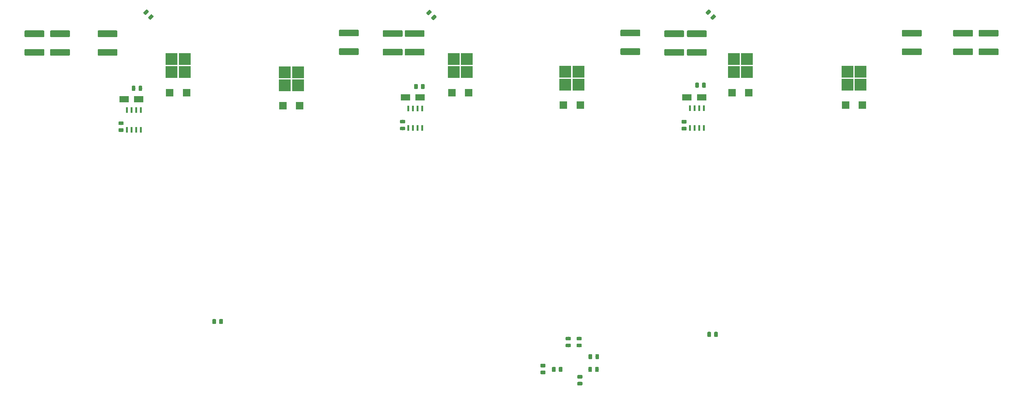
<source format=gbr>
%TF.GenerationSoftware,KiCad,Pcbnew,(5.0.0)*%
%TF.CreationDate,2019-04-29T14:59:10+02:00*%
%TF.ProjectId,Amalga_100,416D616C67615F3130302E6B69636164,rev?*%
%TF.SameCoordinates,Original*%
%TF.FileFunction,Paste,Bot*%
%TF.FilePolarity,Positive*%
%FSLAX46Y46*%
G04 Gerber Fmt 4.6, Leading zero omitted, Abs format (unit mm)*
G04 Created by KiCad (PCBNEW (5.0.0)) date 04/29/19 14:59:10*
%MOMM*%
%LPD*%
G01*
G04 APERTURE LIST*
%ADD10R,2.000000X2.000000*%
%ADD11R,3.300000X3.300000*%
%ADD12C,0.100000*%
%ADD13C,0.975000*%
%ADD14C,1.800000*%
%ADD15R,0.600000X1.550000*%
%ADD16R,2.500000X1.800000*%
G04 APERTURE END LIST*
D10*
X214300000Y-67700000D03*
X209720000Y-67700000D03*
D11*
X213800000Y-62075000D03*
X213800000Y-58525000D03*
X210200000Y-62075000D03*
X210200000Y-58525000D03*
D12*
G36*
X128337065Y-46325362D02*
X128360726Y-46328872D01*
X128383930Y-46334684D01*
X128406452Y-46342742D01*
X128428076Y-46352970D01*
X128448593Y-46365267D01*
X128467806Y-46379517D01*
X128485530Y-46395581D01*
X128830245Y-46740296D01*
X128846309Y-46758020D01*
X128860559Y-46777233D01*
X128872856Y-46797750D01*
X128883084Y-46819374D01*
X128891142Y-46841896D01*
X128896954Y-46865100D01*
X128900464Y-46888761D01*
X128901638Y-46912653D01*
X128900464Y-46936545D01*
X128896954Y-46960206D01*
X128891142Y-46983410D01*
X128883084Y-47005932D01*
X128872856Y-47027556D01*
X128860559Y-47048073D01*
X128846309Y-47067286D01*
X128830245Y-47085010D01*
X128185010Y-47730245D01*
X128167286Y-47746309D01*
X128148073Y-47760559D01*
X128127556Y-47772856D01*
X128105932Y-47783084D01*
X128083410Y-47791142D01*
X128060206Y-47796954D01*
X128036545Y-47800464D01*
X128012653Y-47801638D01*
X127988761Y-47800464D01*
X127965100Y-47796954D01*
X127941896Y-47791142D01*
X127919374Y-47783084D01*
X127897750Y-47772856D01*
X127877233Y-47760559D01*
X127858020Y-47746309D01*
X127840296Y-47730245D01*
X127495581Y-47385530D01*
X127479517Y-47367806D01*
X127465267Y-47348593D01*
X127452970Y-47328076D01*
X127442742Y-47306452D01*
X127434684Y-47283930D01*
X127428872Y-47260726D01*
X127425362Y-47237065D01*
X127424188Y-47213173D01*
X127425362Y-47189281D01*
X127428872Y-47165620D01*
X127434684Y-47142416D01*
X127442742Y-47119894D01*
X127452970Y-47098270D01*
X127465267Y-47077753D01*
X127479517Y-47058540D01*
X127495581Y-47040816D01*
X128140816Y-46395581D01*
X128158540Y-46379517D01*
X128177753Y-46365267D01*
X128198270Y-46352970D01*
X128219894Y-46342742D01*
X128242416Y-46334684D01*
X128265620Y-46328872D01*
X128289281Y-46325362D01*
X128313173Y-46324188D01*
X128337065Y-46325362D01*
X128337065Y-46325362D01*
G37*
D13*
X128162913Y-47062913D03*
D12*
G36*
X127011239Y-44999536D02*
X127034900Y-45003046D01*
X127058104Y-45008858D01*
X127080626Y-45016916D01*
X127102250Y-45027144D01*
X127122767Y-45039441D01*
X127141980Y-45053691D01*
X127159704Y-45069755D01*
X127504419Y-45414470D01*
X127520483Y-45432194D01*
X127534733Y-45451407D01*
X127547030Y-45471924D01*
X127557258Y-45493548D01*
X127565316Y-45516070D01*
X127571128Y-45539274D01*
X127574638Y-45562935D01*
X127575812Y-45586827D01*
X127574638Y-45610719D01*
X127571128Y-45634380D01*
X127565316Y-45657584D01*
X127557258Y-45680106D01*
X127547030Y-45701730D01*
X127534733Y-45722247D01*
X127520483Y-45741460D01*
X127504419Y-45759184D01*
X126859184Y-46404419D01*
X126841460Y-46420483D01*
X126822247Y-46434733D01*
X126801730Y-46447030D01*
X126780106Y-46457258D01*
X126757584Y-46465316D01*
X126734380Y-46471128D01*
X126710719Y-46474638D01*
X126686827Y-46475812D01*
X126662935Y-46474638D01*
X126639274Y-46471128D01*
X126616070Y-46465316D01*
X126593548Y-46457258D01*
X126571924Y-46447030D01*
X126551407Y-46434733D01*
X126532194Y-46420483D01*
X126514470Y-46404419D01*
X126169755Y-46059704D01*
X126153691Y-46041980D01*
X126139441Y-46022767D01*
X126127144Y-46002250D01*
X126116916Y-45980626D01*
X126108858Y-45958104D01*
X126103046Y-45934900D01*
X126099536Y-45911239D01*
X126098362Y-45887347D01*
X126099536Y-45863455D01*
X126103046Y-45839794D01*
X126108858Y-45816590D01*
X126116916Y-45794068D01*
X126127144Y-45772444D01*
X126139441Y-45751927D01*
X126153691Y-45732714D01*
X126169755Y-45714990D01*
X126814990Y-45069755D01*
X126832714Y-45053691D01*
X126851927Y-45039441D01*
X126872444Y-45027144D01*
X126894068Y-45016916D01*
X126916590Y-45008858D01*
X126939794Y-45003046D01*
X126963455Y-44999536D01*
X126987347Y-44998362D01*
X127011239Y-44999536D01*
X127011239Y-44999536D01*
G37*
D13*
X126837087Y-45737087D03*
D12*
G36*
X282374504Y-50501204D02*
X282398773Y-50504804D01*
X282422571Y-50510765D01*
X282445671Y-50519030D01*
X282467849Y-50529520D01*
X282488893Y-50542133D01*
X282508598Y-50556747D01*
X282526777Y-50573223D01*
X282543253Y-50591402D01*
X282557867Y-50611107D01*
X282570480Y-50632151D01*
X282580970Y-50654329D01*
X282589235Y-50677429D01*
X282595196Y-50701227D01*
X282598796Y-50725496D01*
X282600000Y-50750000D01*
X282600000Y-52050000D01*
X282598796Y-52074504D01*
X282595196Y-52098773D01*
X282589235Y-52122571D01*
X282580970Y-52145671D01*
X282570480Y-52167849D01*
X282557867Y-52188893D01*
X282543253Y-52208598D01*
X282526777Y-52226777D01*
X282508598Y-52243253D01*
X282488893Y-52257867D01*
X282467849Y-52270480D01*
X282445671Y-52280970D01*
X282422571Y-52289235D01*
X282398773Y-52295196D01*
X282374504Y-52298796D01*
X282350000Y-52300000D01*
X277450000Y-52300000D01*
X277425496Y-52298796D01*
X277401227Y-52295196D01*
X277377429Y-52289235D01*
X277354329Y-52280970D01*
X277332151Y-52270480D01*
X277311107Y-52257867D01*
X277291402Y-52243253D01*
X277273223Y-52226777D01*
X277256747Y-52208598D01*
X277242133Y-52188893D01*
X277229520Y-52167849D01*
X277219030Y-52145671D01*
X277210765Y-52122571D01*
X277204804Y-52098773D01*
X277201204Y-52074504D01*
X277200000Y-52050000D01*
X277200000Y-50750000D01*
X277201204Y-50725496D01*
X277204804Y-50701227D01*
X277210765Y-50677429D01*
X277219030Y-50654329D01*
X277229520Y-50632151D01*
X277242133Y-50611107D01*
X277256747Y-50591402D01*
X277273223Y-50573223D01*
X277291402Y-50556747D01*
X277311107Y-50542133D01*
X277332151Y-50529520D01*
X277354329Y-50519030D01*
X277377429Y-50510765D01*
X277401227Y-50504804D01*
X277425496Y-50501204D01*
X277450000Y-50500000D01*
X282350000Y-50500000D01*
X282374504Y-50501204D01*
X282374504Y-50501204D01*
G37*
D14*
X279900000Y-51400000D03*
D12*
G36*
X282374504Y-55601204D02*
X282398773Y-55604804D01*
X282422571Y-55610765D01*
X282445671Y-55619030D01*
X282467849Y-55629520D01*
X282488893Y-55642133D01*
X282508598Y-55656747D01*
X282526777Y-55673223D01*
X282543253Y-55691402D01*
X282557867Y-55711107D01*
X282570480Y-55732151D01*
X282580970Y-55754329D01*
X282589235Y-55777429D01*
X282595196Y-55801227D01*
X282598796Y-55825496D01*
X282600000Y-55850000D01*
X282600000Y-57150000D01*
X282598796Y-57174504D01*
X282595196Y-57198773D01*
X282589235Y-57222571D01*
X282580970Y-57245671D01*
X282570480Y-57267849D01*
X282557867Y-57288893D01*
X282543253Y-57308598D01*
X282526777Y-57326777D01*
X282508598Y-57343253D01*
X282488893Y-57357867D01*
X282467849Y-57370480D01*
X282445671Y-57380970D01*
X282422571Y-57389235D01*
X282398773Y-57395196D01*
X282374504Y-57398796D01*
X282350000Y-57400000D01*
X277450000Y-57400000D01*
X277425496Y-57398796D01*
X277401227Y-57395196D01*
X277377429Y-57389235D01*
X277354329Y-57380970D01*
X277332151Y-57370480D01*
X277311107Y-57357867D01*
X277291402Y-57343253D01*
X277273223Y-57326777D01*
X277256747Y-57308598D01*
X277242133Y-57288893D01*
X277229520Y-57267849D01*
X277219030Y-57245671D01*
X277210765Y-57222571D01*
X277204804Y-57198773D01*
X277201204Y-57174504D01*
X277200000Y-57150000D01*
X277200000Y-55850000D01*
X277201204Y-55825496D01*
X277204804Y-55801227D01*
X277210765Y-55777429D01*
X277219030Y-55754329D01*
X277229520Y-55732151D01*
X277242133Y-55711107D01*
X277256747Y-55691402D01*
X277273223Y-55673223D01*
X277291402Y-55656747D01*
X277311107Y-55642133D01*
X277332151Y-55629520D01*
X277354329Y-55619030D01*
X277377429Y-55610765D01*
X277401227Y-55604804D01*
X277425496Y-55601204D01*
X277450000Y-55600000D01*
X282350000Y-55600000D01*
X282374504Y-55601204D01*
X282374504Y-55601204D01*
G37*
D14*
X279900000Y-56500000D03*
D12*
G36*
X275374504Y-50501204D02*
X275398773Y-50504804D01*
X275422571Y-50510765D01*
X275445671Y-50519030D01*
X275467849Y-50529520D01*
X275488893Y-50542133D01*
X275508598Y-50556747D01*
X275526777Y-50573223D01*
X275543253Y-50591402D01*
X275557867Y-50611107D01*
X275570480Y-50632151D01*
X275580970Y-50654329D01*
X275589235Y-50677429D01*
X275595196Y-50701227D01*
X275598796Y-50725496D01*
X275600000Y-50750000D01*
X275600000Y-52050000D01*
X275598796Y-52074504D01*
X275595196Y-52098773D01*
X275589235Y-52122571D01*
X275580970Y-52145671D01*
X275570480Y-52167849D01*
X275557867Y-52188893D01*
X275543253Y-52208598D01*
X275526777Y-52226777D01*
X275508598Y-52243253D01*
X275488893Y-52257867D01*
X275467849Y-52270480D01*
X275445671Y-52280970D01*
X275422571Y-52289235D01*
X275398773Y-52295196D01*
X275374504Y-52298796D01*
X275350000Y-52300000D01*
X270450000Y-52300000D01*
X270425496Y-52298796D01*
X270401227Y-52295196D01*
X270377429Y-52289235D01*
X270354329Y-52280970D01*
X270332151Y-52270480D01*
X270311107Y-52257867D01*
X270291402Y-52243253D01*
X270273223Y-52226777D01*
X270256747Y-52208598D01*
X270242133Y-52188893D01*
X270229520Y-52167849D01*
X270219030Y-52145671D01*
X270210765Y-52122571D01*
X270204804Y-52098773D01*
X270201204Y-52074504D01*
X270200000Y-52050000D01*
X270200000Y-50750000D01*
X270201204Y-50725496D01*
X270204804Y-50701227D01*
X270210765Y-50677429D01*
X270219030Y-50654329D01*
X270229520Y-50632151D01*
X270242133Y-50611107D01*
X270256747Y-50591402D01*
X270273223Y-50573223D01*
X270291402Y-50556747D01*
X270311107Y-50542133D01*
X270332151Y-50529520D01*
X270354329Y-50519030D01*
X270377429Y-50510765D01*
X270401227Y-50504804D01*
X270425496Y-50501204D01*
X270450000Y-50500000D01*
X275350000Y-50500000D01*
X275374504Y-50501204D01*
X275374504Y-50501204D01*
G37*
D14*
X272900000Y-51400000D03*
D12*
G36*
X275374504Y-55601204D02*
X275398773Y-55604804D01*
X275422571Y-55610765D01*
X275445671Y-55619030D01*
X275467849Y-55629520D01*
X275488893Y-55642133D01*
X275508598Y-55656747D01*
X275526777Y-55673223D01*
X275543253Y-55691402D01*
X275557867Y-55711107D01*
X275570480Y-55732151D01*
X275580970Y-55754329D01*
X275589235Y-55777429D01*
X275595196Y-55801227D01*
X275598796Y-55825496D01*
X275600000Y-55850000D01*
X275600000Y-57150000D01*
X275598796Y-57174504D01*
X275595196Y-57198773D01*
X275589235Y-57222571D01*
X275580970Y-57245671D01*
X275570480Y-57267849D01*
X275557867Y-57288893D01*
X275543253Y-57308598D01*
X275526777Y-57326777D01*
X275508598Y-57343253D01*
X275488893Y-57357867D01*
X275467849Y-57370480D01*
X275445671Y-57380970D01*
X275422571Y-57389235D01*
X275398773Y-57395196D01*
X275374504Y-57398796D01*
X275350000Y-57400000D01*
X270450000Y-57400000D01*
X270425496Y-57398796D01*
X270401227Y-57395196D01*
X270377429Y-57389235D01*
X270354329Y-57380970D01*
X270332151Y-57370480D01*
X270311107Y-57357867D01*
X270291402Y-57343253D01*
X270273223Y-57326777D01*
X270256747Y-57308598D01*
X270242133Y-57288893D01*
X270229520Y-57267849D01*
X270219030Y-57245671D01*
X270210765Y-57222571D01*
X270204804Y-57198773D01*
X270201204Y-57174504D01*
X270200000Y-57150000D01*
X270200000Y-55850000D01*
X270201204Y-55825496D01*
X270204804Y-55801227D01*
X270210765Y-55777429D01*
X270219030Y-55754329D01*
X270229520Y-55732151D01*
X270242133Y-55711107D01*
X270256747Y-55691402D01*
X270273223Y-55673223D01*
X270291402Y-55656747D01*
X270311107Y-55642133D01*
X270332151Y-55629520D01*
X270354329Y-55619030D01*
X270377429Y-55610765D01*
X270401227Y-55604804D01*
X270425496Y-55601204D01*
X270450000Y-55600000D01*
X275350000Y-55600000D01*
X275374504Y-55601204D01*
X275374504Y-55601204D01*
G37*
D14*
X272900000Y-56500000D03*
D12*
G36*
X261374504Y-55601204D02*
X261398773Y-55604804D01*
X261422571Y-55610765D01*
X261445671Y-55619030D01*
X261467849Y-55629520D01*
X261488893Y-55642133D01*
X261508598Y-55656747D01*
X261526777Y-55673223D01*
X261543253Y-55691402D01*
X261557867Y-55711107D01*
X261570480Y-55732151D01*
X261580970Y-55754329D01*
X261589235Y-55777429D01*
X261595196Y-55801227D01*
X261598796Y-55825496D01*
X261600000Y-55850000D01*
X261600000Y-57150000D01*
X261598796Y-57174504D01*
X261595196Y-57198773D01*
X261589235Y-57222571D01*
X261580970Y-57245671D01*
X261570480Y-57267849D01*
X261557867Y-57288893D01*
X261543253Y-57308598D01*
X261526777Y-57326777D01*
X261508598Y-57343253D01*
X261488893Y-57357867D01*
X261467849Y-57370480D01*
X261445671Y-57380970D01*
X261422571Y-57389235D01*
X261398773Y-57395196D01*
X261374504Y-57398796D01*
X261350000Y-57400000D01*
X256450000Y-57400000D01*
X256425496Y-57398796D01*
X256401227Y-57395196D01*
X256377429Y-57389235D01*
X256354329Y-57380970D01*
X256332151Y-57370480D01*
X256311107Y-57357867D01*
X256291402Y-57343253D01*
X256273223Y-57326777D01*
X256256747Y-57308598D01*
X256242133Y-57288893D01*
X256229520Y-57267849D01*
X256219030Y-57245671D01*
X256210765Y-57222571D01*
X256204804Y-57198773D01*
X256201204Y-57174504D01*
X256200000Y-57150000D01*
X256200000Y-55850000D01*
X256201204Y-55825496D01*
X256204804Y-55801227D01*
X256210765Y-55777429D01*
X256219030Y-55754329D01*
X256229520Y-55732151D01*
X256242133Y-55711107D01*
X256256747Y-55691402D01*
X256273223Y-55673223D01*
X256291402Y-55656747D01*
X256311107Y-55642133D01*
X256332151Y-55629520D01*
X256354329Y-55619030D01*
X256377429Y-55610765D01*
X256401227Y-55604804D01*
X256425496Y-55601204D01*
X256450000Y-55600000D01*
X261350000Y-55600000D01*
X261374504Y-55601204D01*
X261374504Y-55601204D01*
G37*
D14*
X258900000Y-56500000D03*
D12*
G36*
X261374504Y-50501204D02*
X261398773Y-50504804D01*
X261422571Y-50510765D01*
X261445671Y-50519030D01*
X261467849Y-50529520D01*
X261488893Y-50542133D01*
X261508598Y-50556747D01*
X261526777Y-50573223D01*
X261543253Y-50591402D01*
X261557867Y-50611107D01*
X261570480Y-50632151D01*
X261580970Y-50654329D01*
X261589235Y-50677429D01*
X261595196Y-50701227D01*
X261598796Y-50725496D01*
X261600000Y-50750000D01*
X261600000Y-52050000D01*
X261598796Y-52074504D01*
X261595196Y-52098773D01*
X261589235Y-52122571D01*
X261580970Y-52145671D01*
X261570480Y-52167849D01*
X261557867Y-52188893D01*
X261543253Y-52208598D01*
X261526777Y-52226777D01*
X261508598Y-52243253D01*
X261488893Y-52257867D01*
X261467849Y-52270480D01*
X261445671Y-52280970D01*
X261422571Y-52289235D01*
X261398773Y-52295196D01*
X261374504Y-52298796D01*
X261350000Y-52300000D01*
X256450000Y-52300000D01*
X256425496Y-52298796D01*
X256401227Y-52295196D01*
X256377429Y-52289235D01*
X256354329Y-52280970D01*
X256332151Y-52270480D01*
X256311107Y-52257867D01*
X256291402Y-52243253D01*
X256273223Y-52226777D01*
X256256747Y-52208598D01*
X256242133Y-52188893D01*
X256229520Y-52167849D01*
X256219030Y-52145671D01*
X256210765Y-52122571D01*
X256204804Y-52098773D01*
X256201204Y-52074504D01*
X256200000Y-52050000D01*
X256200000Y-50750000D01*
X256201204Y-50725496D01*
X256204804Y-50701227D01*
X256210765Y-50677429D01*
X256219030Y-50654329D01*
X256229520Y-50632151D01*
X256242133Y-50611107D01*
X256256747Y-50591402D01*
X256273223Y-50573223D01*
X256291402Y-50556747D01*
X256311107Y-50542133D01*
X256332151Y-50529520D01*
X256354329Y-50519030D01*
X256377429Y-50510765D01*
X256401227Y-50504804D01*
X256425496Y-50501204D01*
X256450000Y-50500000D01*
X261350000Y-50500000D01*
X261374504Y-50501204D01*
X261374504Y-50501204D01*
G37*
D14*
X258900000Y-51400000D03*
D12*
G36*
X171167643Y-142801174D02*
X171191304Y-142804684D01*
X171214508Y-142810496D01*
X171237030Y-142818554D01*
X171258654Y-142828782D01*
X171279171Y-142841079D01*
X171298384Y-142855329D01*
X171316108Y-142871393D01*
X171332172Y-142889117D01*
X171346422Y-142908330D01*
X171358719Y-142928847D01*
X171368947Y-142950471D01*
X171377005Y-142972993D01*
X171382817Y-142996197D01*
X171386327Y-143019858D01*
X171387501Y-143043750D01*
X171387501Y-143956250D01*
X171386327Y-143980142D01*
X171382817Y-144003803D01*
X171377005Y-144027007D01*
X171368947Y-144049529D01*
X171358719Y-144071153D01*
X171346422Y-144091670D01*
X171332172Y-144110883D01*
X171316108Y-144128607D01*
X171298384Y-144144671D01*
X171279171Y-144158921D01*
X171258654Y-144171218D01*
X171237030Y-144181446D01*
X171214508Y-144189504D01*
X171191304Y-144195316D01*
X171167643Y-144198826D01*
X171143751Y-144200000D01*
X170656251Y-144200000D01*
X170632359Y-144198826D01*
X170608698Y-144195316D01*
X170585494Y-144189504D01*
X170562972Y-144181446D01*
X170541348Y-144171218D01*
X170520831Y-144158921D01*
X170501618Y-144144671D01*
X170483894Y-144128607D01*
X170467830Y-144110883D01*
X170453580Y-144091670D01*
X170441283Y-144071153D01*
X170431055Y-144049529D01*
X170422997Y-144027007D01*
X170417185Y-144003803D01*
X170413675Y-143980142D01*
X170412501Y-143956250D01*
X170412501Y-143043750D01*
X170413675Y-143019858D01*
X170417185Y-142996197D01*
X170422997Y-142972993D01*
X170431055Y-142950471D01*
X170441283Y-142928847D01*
X170453580Y-142908330D01*
X170467830Y-142889117D01*
X170483894Y-142871393D01*
X170501618Y-142855329D01*
X170520831Y-142841079D01*
X170541348Y-142828782D01*
X170562972Y-142818554D01*
X170585494Y-142810496D01*
X170608698Y-142804684D01*
X170632359Y-142801174D01*
X170656251Y-142800000D01*
X171143751Y-142800000D01*
X171167643Y-142801174D01*
X171167643Y-142801174D01*
G37*
D13*
X170900001Y-143500000D03*
D12*
G36*
X173042643Y-142801174D02*
X173066304Y-142804684D01*
X173089508Y-142810496D01*
X173112030Y-142818554D01*
X173133654Y-142828782D01*
X173154171Y-142841079D01*
X173173384Y-142855329D01*
X173191108Y-142871393D01*
X173207172Y-142889117D01*
X173221422Y-142908330D01*
X173233719Y-142928847D01*
X173243947Y-142950471D01*
X173252005Y-142972993D01*
X173257817Y-142996197D01*
X173261327Y-143019858D01*
X173262501Y-143043750D01*
X173262501Y-143956250D01*
X173261327Y-143980142D01*
X173257817Y-144003803D01*
X173252005Y-144027007D01*
X173243947Y-144049529D01*
X173233719Y-144071153D01*
X173221422Y-144091670D01*
X173207172Y-144110883D01*
X173191108Y-144128607D01*
X173173384Y-144144671D01*
X173154171Y-144158921D01*
X173133654Y-144171218D01*
X173112030Y-144181446D01*
X173089508Y-144189504D01*
X173066304Y-144195316D01*
X173042643Y-144198826D01*
X173018751Y-144200000D01*
X172531251Y-144200000D01*
X172507359Y-144198826D01*
X172483698Y-144195316D01*
X172460494Y-144189504D01*
X172437972Y-144181446D01*
X172416348Y-144171218D01*
X172395831Y-144158921D01*
X172376618Y-144144671D01*
X172358894Y-144128607D01*
X172342830Y-144110883D01*
X172328580Y-144091670D01*
X172316283Y-144071153D01*
X172306055Y-144049529D01*
X172297997Y-144027007D01*
X172292185Y-144003803D01*
X172288675Y-143980142D01*
X172287501Y-143956250D01*
X172287501Y-143043750D01*
X172288675Y-143019858D01*
X172292185Y-142996197D01*
X172297997Y-142972993D01*
X172306055Y-142950471D01*
X172316283Y-142928847D01*
X172328580Y-142908330D01*
X172342830Y-142889117D01*
X172358894Y-142871393D01*
X172376618Y-142855329D01*
X172395831Y-142841079D01*
X172416348Y-142828782D01*
X172437972Y-142818554D01*
X172460494Y-142810496D01*
X172483698Y-142804684D01*
X172507359Y-142801174D01*
X172531251Y-142800000D01*
X173018751Y-142800000D01*
X173042643Y-142801174D01*
X173042643Y-142801174D01*
G37*
D13*
X172775001Y-143500000D03*
D12*
G36*
X165380142Y-136451174D02*
X165403803Y-136454684D01*
X165427007Y-136460496D01*
X165449529Y-136468554D01*
X165471153Y-136478782D01*
X165491670Y-136491079D01*
X165510883Y-136505329D01*
X165528607Y-136521393D01*
X165544671Y-136539117D01*
X165558921Y-136558330D01*
X165571218Y-136578847D01*
X165581446Y-136600471D01*
X165589504Y-136622993D01*
X165595316Y-136646197D01*
X165598826Y-136669858D01*
X165600000Y-136693750D01*
X165600000Y-137181250D01*
X165598826Y-137205142D01*
X165595316Y-137228803D01*
X165589504Y-137252007D01*
X165581446Y-137274529D01*
X165571218Y-137296153D01*
X165558921Y-137316670D01*
X165544671Y-137335883D01*
X165528607Y-137353607D01*
X165510883Y-137369671D01*
X165491670Y-137383921D01*
X165471153Y-137396218D01*
X165449529Y-137406446D01*
X165427007Y-137414504D01*
X165403803Y-137420316D01*
X165380142Y-137423826D01*
X165356250Y-137425000D01*
X164443750Y-137425000D01*
X164419858Y-137423826D01*
X164396197Y-137420316D01*
X164372993Y-137414504D01*
X164350471Y-137406446D01*
X164328847Y-137396218D01*
X164308330Y-137383921D01*
X164289117Y-137369671D01*
X164271393Y-137353607D01*
X164255329Y-137335883D01*
X164241079Y-137316670D01*
X164228782Y-137296153D01*
X164218554Y-137274529D01*
X164210496Y-137252007D01*
X164204684Y-137228803D01*
X164201174Y-137205142D01*
X164200000Y-137181250D01*
X164200000Y-136693750D01*
X164201174Y-136669858D01*
X164204684Y-136646197D01*
X164210496Y-136622993D01*
X164218554Y-136600471D01*
X164228782Y-136578847D01*
X164241079Y-136558330D01*
X164255329Y-136539117D01*
X164271393Y-136521393D01*
X164289117Y-136505329D01*
X164308330Y-136491079D01*
X164328847Y-136478782D01*
X164350471Y-136468554D01*
X164372993Y-136460496D01*
X164396197Y-136454684D01*
X164419858Y-136451174D01*
X164443750Y-136450000D01*
X165356250Y-136450000D01*
X165380142Y-136451174D01*
X165380142Y-136451174D01*
G37*
D13*
X164900000Y-136937500D03*
D12*
G36*
X165380142Y-134576174D02*
X165403803Y-134579684D01*
X165427007Y-134585496D01*
X165449529Y-134593554D01*
X165471153Y-134603782D01*
X165491670Y-134616079D01*
X165510883Y-134630329D01*
X165528607Y-134646393D01*
X165544671Y-134664117D01*
X165558921Y-134683330D01*
X165571218Y-134703847D01*
X165581446Y-134725471D01*
X165589504Y-134747993D01*
X165595316Y-134771197D01*
X165598826Y-134794858D01*
X165600000Y-134818750D01*
X165600000Y-135306250D01*
X165598826Y-135330142D01*
X165595316Y-135353803D01*
X165589504Y-135377007D01*
X165581446Y-135399529D01*
X165571218Y-135421153D01*
X165558921Y-135441670D01*
X165544671Y-135460883D01*
X165528607Y-135478607D01*
X165510883Y-135494671D01*
X165491670Y-135508921D01*
X165471153Y-135521218D01*
X165449529Y-135531446D01*
X165427007Y-135539504D01*
X165403803Y-135545316D01*
X165380142Y-135548826D01*
X165356250Y-135550000D01*
X164443750Y-135550000D01*
X164419858Y-135548826D01*
X164396197Y-135545316D01*
X164372993Y-135539504D01*
X164350471Y-135531446D01*
X164328847Y-135521218D01*
X164308330Y-135508921D01*
X164289117Y-135494671D01*
X164271393Y-135478607D01*
X164255329Y-135460883D01*
X164241079Y-135441670D01*
X164228782Y-135421153D01*
X164218554Y-135399529D01*
X164210496Y-135377007D01*
X164204684Y-135353803D01*
X164201174Y-135330142D01*
X164200000Y-135306250D01*
X164200000Y-134818750D01*
X164201174Y-134794858D01*
X164204684Y-134771197D01*
X164210496Y-134747993D01*
X164218554Y-134725471D01*
X164228782Y-134703847D01*
X164241079Y-134683330D01*
X164255329Y-134664117D01*
X164271393Y-134646393D01*
X164289117Y-134630329D01*
X164308330Y-134616079D01*
X164328847Y-134603782D01*
X164350471Y-134593554D01*
X164372993Y-134585496D01*
X164396197Y-134579684D01*
X164419858Y-134576174D01*
X164443750Y-134575000D01*
X165356250Y-134575000D01*
X165380142Y-134576174D01*
X165380142Y-134576174D01*
G37*
D13*
X164900000Y-135062500D03*
D11*
X133580000Y-58525000D03*
X133580000Y-62075000D03*
X137180000Y-58525000D03*
X137180000Y-62075000D03*
D10*
X133100000Y-67700000D03*
X137680000Y-67700000D03*
D15*
X125005000Y-77400000D03*
X123735000Y-77400000D03*
X122465000Y-77400000D03*
X121195000Y-77400000D03*
X121195000Y-72000000D03*
X122465000Y-72000000D03*
X123735000Y-72000000D03*
X125005000Y-72000000D03*
D16*
X47400000Y-69500000D03*
X43400000Y-69500000D03*
D12*
G36*
X43080142Y-75576174D02*
X43103803Y-75579684D01*
X43127007Y-75585496D01*
X43149529Y-75593554D01*
X43171153Y-75603782D01*
X43191670Y-75616079D01*
X43210883Y-75630329D01*
X43228607Y-75646393D01*
X43244671Y-75664117D01*
X43258921Y-75683330D01*
X43271218Y-75703847D01*
X43281446Y-75725471D01*
X43289504Y-75747993D01*
X43295316Y-75771197D01*
X43298826Y-75794858D01*
X43300000Y-75818750D01*
X43300000Y-76306250D01*
X43298826Y-76330142D01*
X43295316Y-76353803D01*
X43289504Y-76377007D01*
X43281446Y-76399529D01*
X43271218Y-76421153D01*
X43258921Y-76441670D01*
X43244671Y-76460883D01*
X43228607Y-76478607D01*
X43210883Y-76494671D01*
X43191670Y-76508921D01*
X43171153Y-76521218D01*
X43149529Y-76531446D01*
X43127007Y-76539504D01*
X43103803Y-76545316D01*
X43080142Y-76548826D01*
X43056250Y-76550000D01*
X42143750Y-76550000D01*
X42119858Y-76548826D01*
X42096197Y-76545316D01*
X42072993Y-76539504D01*
X42050471Y-76531446D01*
X42028847Y-76521218D01*
X42008330Y-76508921D01*
X41989117Y-76494671D01*
X41971393Y-76478607D01*
X41955329Y-76460883D01*
X41941079Y-76441670D01*
X41928782Y-76421153D01*
X41918554Y-76399529D01*
X41910496Y-76377007D01*
X41904684Y-76353803D01*
X41901174Y-76330142D01*
X41900000Y-76306250D01*
X41900000Y-75818750D01*
X41901174Y-75794858D01*
X41904684Y-75771197D01*
X41910496Y-75747993D01*
X41918554Y-75725471D01*
X41928782Y-75703847D01*
X41941079Y-75683330D01*
X41955329Y-75664117D01*
X41971393Y-75646393D01*
X41989117Y-75630329D01*
X42008330Y-75616079D01*
X42028847Y-75603782D01*
X42050471Y-75593554D01*
X42072993Y-75585496D01*
X42096197Y-75579684D01*
X42119858Y-75576174D01*
X42143750Y-75575000D01*
X43056250Y-75575000D01*
X43080142Y-75576174D01*
X43080142Y-75576174D01*
G37*
D13*
X42600000Y-76062500D03*
D12*
G36*
X43080142Y-77451174D02*
X43103803Y-77454684D01*
X43127007Y-77460496D01*
X43149529Y-77468554D01*
X43171153Y-77478782D01*
X43191670Y-77491079D01*
X43210883Y-77505329D01*
X43228607Y-77521393D01*
X43244671Y-77539117D01*
X43258921Y-77558330D01*
X43271218Y-77578847D01*
X43281446Y-77600471D01*
X43289504Y-77622993D01*
X43295316Y-77646197D01*
X43298826Y-77669858D01*
X43300000Y-77693750D01*
X43300000Y-78181250D01*
X43298826Y-78205142D01*
X43295316Y-78228803D01*
X43289504Y-78252007D01*
X43281446Y-78274529D01*
X43271218Y-78296153D01*
X43258921Y-78316670D01*
X43244671Y-78335883D01*
X43228607Y-78353607D01*
X43210883Y-78369671D01*
X43191670Y-78383921D01*
X43171153Y-78396218D01*
X43149529Y-78406446D01*
X43127007Y-78414504D01*
X43103803Y-78420316D01*
X43080142Y-78423826D01*
X43056250Y-78425000D01*
X42143750Y-78425000D01*
X42119858Y-78423826D01*
X42096197Y-78420316D01*
X42072993Y-78414504D01*
X42050471Y-78406446D01*
X42028847Y-78396218D01*
X42008330Y-78383921D01*
X41989117Y-78369671D01*
X41971393Y-78353607D01*
X41955329Y-78335883D01*
X41941079Y-78316670D01*
X41928782Y-78296153D01*
X41918554Y-78274529D01*
X41910496Y-78252007D01*
X41904684Y-78228803D01*
X41901174Y-78205142D01*
X41900000Y-78181250D01*
X41900000Y-77693750D01*
X41901174Y-77669858D01*
X41904684Y-77646197D01*
X41910496Y-77622993D01*
X41918554Y-77600471D01*
X41928782Y-77578847D01*
X41941079Y-77558330D01*
X41955329Y-77539117D01*
X41971393Y-77521393D01*
X41989117Y-77505329D01*
X42008330Y-77491079D01*
X42028847Y-77478782D01*
X42050471Y-77468554D01*
X42072993Y-77460496D01*
X42096197Y-77454684D01*
X42119858Y-77451174D01*
X42143750Y-77450000D01*
X43056250Y-77450000D01*
X43080142Y-77451174D01*
X43080142Y-77451174D01*
G37*
D13*
X42600000Y-77937500D03*
D12*
G36*
X46292642Y-65801174D02*
X46316303Y-65804684D01*
X46339507Y-65810496D01*
X46362029Y-65818554D01*
X46383653Y-65828782D01*
X46404170Y-65841079D01*
X46423383Y-65855329D01*
X46441107Y-65871393D01*
X46457171Y-65889117D01*
X46471421Y-65908330D01*
X46483718Y-65928847D01*
X46493946Y-65950471D01*
X46502004Y-65972993D01*
X46507816Y-65996197D01*
X46511326Y-66019858D01*
X46512500Y-66043750D01*
X46512500Y-66956250D01*
X46511326Y-66980142D01*
X46507816Y-67003803D01*
X46502004Y-67027007D01*
X46493946Y-67049529D01*
X46483718Y-67071153D01*
X46471421Y-67091670D01*
X46457171Y-67110883D01*
X46441107Y-67128607D01*
X46423383Y-67144671D01*
X46404170Y-67158921D01*
X46383653Y-67171218D01*
X46362029Y-67181446D01*
X46339507Y-67189504D01*
X46316303Y-67195316D01*
X46292642Y-67198826D01*
X46268750Y-67200000D01*
X45781250Y-67200000D01*
X45757358Y-67198826D01*
X45733697Y-67195316D01*
X45710493Y-67189504D01*
X45687971Y-67181446D01*
X45666347Y-67171218D01*
X45645830Y-67158921D01*
X45626617Y-67144671D01*
X45608893Y-67128607D01*
X45592829Y-67110883D01*
X45578579Y-67091670D01*
X45566282Y-67071153D01*
X45556054Y-67049529D01*
X45547996Y-67027007D01*
X45542184Y-67003803D01*
X45538674Y-66980142D01*
X45537500Y-66956250D01*
X45537500Y-66043750D01*
X45538674Y-66019858D01*
X45542184Y-65996197D01*
X45547996Y-65972993D01*
X45556054Y-65950471D01*
X45566282Y-65928847D01*
X45578579Y-65908330D01*
X45592829Y-65889117D01*
X45608893Y-65871393D01*
X45626617Y-65855329D01*
X45645830Y-65841079D01*
X45666347Y-65828782D01*
X45687971Y-65818554D01*
X45710493Y-65810496D01*
X45733697Y-65804684D01*
X45757358Y-65801174D01*
X45781250Y-65800000D01*
X46268750Y-65800000D01*
X46292642Y-65801174D01*
X46292642Y-65801174D01*
G37*
D13*
X46025000Y-66500000D03*
D12*
G36*
X48167642Y-65801174D02*
X48191303Y-65804684D01*
X48214507Y-65810496D01*
X48237029Y-65818554D01*
X48258653Y-65828782D01*
X48279170Y-65841079D01*
X48298383Y-65855329D01*
X48316107Y-65871393D01*
X48332171Y-65889117D01*
X48346421Y-65908330D01*
X48358718Y-65928847D01*
X48368946Y-65950471D01*
X48377004Y-65972993D01*
X48382816Y-65996197D01*
X48386326Y-66019858D01*
X48387500Y-66043750D01*
X48387500Y-66956250D01*
X48386326Y-66980142D01*
X48382816Y-67003803D01*
X48377004Y-67027007D01*
X48368946Y-67049529D01*
X48358718Y-67071153D01*
X48346421Y-67091670D01*
X48332171Y-67110883D01*
X48316107Y-67128607D01*
X48298383Y-67144671D01*
X48279170Y-67158921D01*
X48258653Y-67171218D01*
X48237029Y-67181446D01*
X48214507Y-67189504D01*
X48191303Y-67195316D01*
X48167642Y-67198826D01*
X48143750Y-67200000D01*
X47656250Y-67200000D01*
X47632358Y-67198826D01*
X47608697Y-67195316D01*
X47585493Y-67189504D01*
X47562971Y-67181446D01*
X47541347Y-67171218D01*
X47520830Y-67158921D01*
X47501617Y-67144671D01*
X47483893Y-67128607D01*
X47467829Y-67110883D01*
X47453579Y-67091670D01*
X47441282Y-67071153D01*
X47431054Y-67049529D01*
X47422996Y-67027007D01*
X47417184Y-67003803D01*
X47413674Y-66980142D01*
X47412500Y-66956250D01*
X47412500Y-66043750D01*
X47413674Y-66019858D01*
X47417184Y-65996197D01*
X47422996Y-65972993D01*
X47431054Y-65950471D01*
X47441282Y-65928847D01*
X47453579Y-65908330D01*
X47467829Y-65889117D01*
X47483893Y-65871393D01*
X47501617Y-65855329D01*
X47520830Y-65841079D01*
X47541347Y-65828782D01*
X47562971Y-65818554D01*
X47585493Y-65810496D01*
X47608697Y-65804684D01*
X47632358Y-65801174D01*
X47656250Y-65800000D01*
X48143750Y-65800000D01*
X48167642Y-65801174D01*
X48167642Y-65801174D01*
G37*
D13*
X47900000Y-66500000D03*
D12*
G36*
X120080142Y-75138673D02*
X120103803Y-75142183D01*
X120127007Y-75147995D01*
X120149529Y-75156053D01*
X120171153Y-75166281D01*
X120191670Y-75178578D01*
X120210883Y-75192828D01*
X120228607Y-75208892D01*
X120244671Y-75226616D01*
X120258921Y-75245829D01*
X120271218Y-75266346D01*
X120281446Y-75287970D01*
X120289504Y-75310492D01*
X120295316Y-75333696D01*
X120298826Y-75357357D01*
X120300000Y-75381249D01*
X120300000Y-75868749D01*
X120298826Y-75892641D01*
X120295316Y-75916302D01*
X120289504Y-75939506D01*
X120281446Y-75962028D01*
X120271218Y-75983652D01*
X120258921Y-76004169D01*
X120244671Y-76023382D01*
X120228607Y-76041106D01*
X120210883Y-76057170D01*
X120191670Y-76071420D01*
X120171153Y-76083717D01*
X120149529Y-76093945D01*
X120127007Y-76102003D01*
X120103803Y-76107815D01*
X120080142Y-76111325D01*
X120056250Y-76112499D01*
X119143750Y-76112499D01*
X119119858Y-76111325D01*
X119096197Y-76107815D01*
X119072993Y-76102003D01*
X119050471Y-76093945D01*
X119028847Y-76083717D01*
X119008330Y-76071420D01*
X118989117Y-76057170D01*
X118971393Y-76041106D01*
X118955329Y-76023382D01*
X118941079Y-76004169D01*
X118928782Y-75983652D01*
X118918554Y-75962028D01*
X118910496Y-75939506D01*
X118904684Y-75916302D01*
X118901174Y-75892641D01*
X118900000Y-75868749D01*
X118900000Y-75381249D01*
X118901174Y-75357357D01*
X118904684Y-75333696D01*
X118910496Y-75310492D01*
X118918554Y-75287970D01*
X118928782Y-75266346D01*
X118941079Y-75245829D01*
X118955329Y-75226616D01*
X118971393Y-75208892D01*
X118989117Y-75192828D01*
X119008330Y-75178578D01*
X119028847Y-75166281D01*
X119050471Y-75156053D01*
X119072993Y-75147995D01*
X119096197Y-75142183D01*
X119119858Y-75138673D01*
X119143750Y-75137499D01*
X120056250Y-75137499D01*
X120080142Y-75138673D01*
X120080142Y-75138673D01*
G37*
D13*
X119600000Y-75624999D03*
D12*
G36*
X120080142Y-77013673D02*
X120103803Y-77017183D01*
X120127007Y-77022995D01*
X120149529Y-77031053D01*
X120171153Y-77041281D01*
X120191670Y-77053578D01*
X120210883Y-77067828D01*
X120228607Y-77083892D01*
X120244671Y-77101616D01*
X120258921Y-77120829D01*
X120271218Y-77141346D01*
X120281446Y-77162970D01*
X120289504Y-77185492D01*
X120295316Y-77208696D01*
X120298826Y-77232357D01*
X120300000Y-77256249D01*
X120300000Y-77743749D01*
X120298826Y-77767641D01*
X120295316Y-77791302D01*
X120289504Y-77814506D01*
X120281446Y-77837028D01*
X120271218Y-77858652D01*
X120258921Y-77879169D01*
X120244671Y-77898382D01*
X120228607Y-77916106D01*
X120210883Y-77932170D01*
X120191670Y-77946420D01*
X120171153Y-77958717D01*
X120149529Y-77968945D01*
X120127007Y-77977003D01*
X120103803Y-77982815D01*
X120080142Y-77986325D01*
X120056250Y-77987499D01*
X119143750Y-77987499D01*
X119119858Y-77986325D01*
X119096197Y-77982815D01*
X119072993Y-77977003D01*
X119050471Y-77968945D01*
X119028847Y-77958717D01*
X119008330Y-77946420D01*
X118989117Y-77932170D01*
X118971393Y-77916106D01*
X118955329Y-77898382D01*
X118941079Y-77879169D01*
X118928782Y-77858652D01*
X118918554Y-77837028D01*
X118910496Y-77814506D01*
X118904684Y-77791302D01*
X118901174Y-77767641D01*
X118900000Y-77743749D01*
X118900000Y-77256249D01*
X118901174Y-77232357D01*
X118904684Y-77208696D01*
X118910496Y-77185492D01*
X118918554Y-77162970D01*
X118928782Y-77141346D01*
X118941079Y-77120829D01*
X118955329Y-77101616D01*
X118971393Y-77083892D01*
X118989117Y-77067828D01*
X119008330Y-77053578D01*
X119028847Y-77041281D01*
X119050471Y-77031053D01*
X119072993Y-77022995D01*
X119096197Y-77017183D01*
X119119858Y-77013673D01*
X119143750Y-77012499D01*
X120056250Y-77012499D01*
X120080142Y-77013673D01*
X120080142Y-77013673D01*
G37*
D13*
X119600000Y-77499999D03*
D16*
X120400000Y-69000000D03*
X124400000Y-69000000D03*
X201400000Y-69000000D03*
X197400000Y-69000000D03*
D11*
X241300000Y-61925000D03*
X241300000Y-65475000D03*
X244900000Y-61925000D03*
X244900000Y-65475000D03*
D10*
X240820000Y-71100000D03*
X245400000Y-71100000D03*
D12*
G36*
X21374504Y-55751204D02*
X21398773Y-55754804D01*
X21422571Y-55760765D01*
X21445671Y-55769030D01*
X21467849Y-55779520D01*
X21488893Y-55792133D01*
X21508598Y-55806747D01*
X21526777Y-55823223D01*
X21543253Y-55841402D01*
X21557867Y-55861107D01*
X21570480Y-55882151D01*
X21580970Y-55904329D01*
X21589235Y-55927429D01*
X21595196Y-55951227D01*
X21598796Y-55975496D01*
X21600000Y-56000000D01*
X21600000Y-57300000D01*
X21598796Y-57324504D01*
X21595196Y-57348773D01*
X21589235Y-57372571D01*
X21580970Y-57395671D01*
X21570480Y-57417849D01*
X21557867Y-57438893D01*
X21543253Y-57458598D01*
X21526777Y-57476777D01*
X21508598Y-57493253D01*
X21488893Y-57507867D01*
X21467849Y-57520480D01*
X21445671Y-57530970D01*
X21422571Y-57539235D01*
X21398773Y-57545196D01*
X21374504Y-57548796D01*
X21350000Y-57550000D01*
X16450000Y-57550000D01*
X16425496Y-57548796D01*
X16401227Y-57545196D01*
X16377429Y-57539235D01*
X16354329Y-57530970D01*
X16332151Y-57520480D01*
X16311107Y-57507867D01*
X16291402Y-57493253D01*
X16273223Y-57476777D01*
X16256747Y-57458598D01*
X16242133Y-57438893D01*
X16229520Y-57417849D01*
X16219030Y-57395671D01*
X16210765Y-57372571D01*
X16204804Y-57348773D01*
X16201204Y-57324504D01*
X16200000Y-57300000D01*
X16200000Y-56000000D01*
X16201204Y-55975496D01*
X16204804Y-55951227D01*
X16210765Y-55927429D01*
X16219030Y-55904329D01*
X16229520Y-55882151D01*
X16242133Y-55861107D01*
X16256747Y-55841402D01*
X16273223Y-55823223D01*
X16291402Y-55806747D01*
X16311107Y-55792133D01*
X16332151Y-55779520D01*
X16354329Y-55769030D01*
X16377429Y-55760765D01*
X16401227Y-55754804D01*
X16425496Y-55751204D01*
X16450000Y-55750000D01*
X21350000Y-55750000D01*
X21374504Y-55751204D01*
X21374504Y-55751204D01*
G37*
D14*
X18900000Y-56650000D03*
D12*
G36*
X21374504Y-50651204D02*
X21398773Y-50654804D01*
X21422571Y-50660765D01*
X21445671Y-50669030D01*
X21467849Y-50679520D01*
X21488893Y-50692133D01*
X21508598Y-50706747D01*
X21526777Y-50723223D01*
X21543253Y-50741402D01*
X21557867Y-50761107D01*
X21570480Y-50782151D01*
X21580970Y-50804329D01*
X21589235Y-50827429D01*
X21595196Y-50851227D01*
X21598796Y-50875496D01*
X21600000Y-50900000D01*
X21600000Y-52200000D01*
X21598796Y-52224504D01*
X21595196Y-52248773D01*
X21589235Y-52272571D01*
X21580970Y-52295671D01*
X21570480Y-52317849D01*
X21557867Y-52338893D01*
X21543253Y-52358598D01*
X21526777Y-52376777D01*
X21508598Y-52393253D01*
X21488893Y-52407867D01*
X21467849Y-52420480D01*
X21445671Y-52430970D01*
X21422571Y-52439235D01*
X21398773Y-52445196D01*
X21374504Y-52448796D01*
X21350000Y-52450000D01*
X16450000Y-52450000D01*
X16425496Y-52448796D01*
X16401227Y-52445196D01*
X16377429Y-52439235D01*
X16354329Y-52430970D01*
X16332151Y-52420480D01*
X16311107Y-52407867D01*
X16291402Y-52393253D01*
X16273223Y-52376777D01*
X16256747Y-52358598D01*
X16242133Y-52338893D01*
X16229520Y-52317849D01*
X16219030Y-52295671D01*
X16210765Y-52272571D01*
X16204804Y-52248773D01*
X16201204Y-52224504D01*
X16200000Y-52200000D01*
X16200000Y-50900000D01*
X16201204Y-50875496D01*
X16204804Y-50851227D01*
X16210765Y-50827429D01*
X16219030Y-50804329D01*
X16229520Y-50782151D01*
X16242133Y-50761107D01*
X16256747Y-50741402D01*
X16273223Y-50723223D01*
X16291402Y-50706747D01*
X16311107Y-50692133D01*
X16332151Y-50679520D01*
X16354329Y-50669030D01*
X16377429Y-50660765D01*
X16401227Y-50654804D01*
X16425496Y-50651204D01*
X16450000Y-50650000D01*
X21350000Y-50650000D01*
X21374504Y-50651204D01*
X21374504Y-50651204D01*
G37*
D14*
X18900000Y-51550000D03*
D12*
G36*
X41374504Y-55751204D02*
X41398773Y-55754804D01*
X41422571Y-55760765D01*
X41445671Y-55769030D01*
X41467849Y-55779520D01*
X41488893Y-55792133D01*
X41508598Y-55806747D01*
X41526777Y-55823223D01*
X41543253Y-55841402D01*
X41557867Y-55861107D01*
X41570480Y-55882151D01*
X41580970Y-55904329D01*
X41589235Y-55927429D01*
X41595196Y-55951227D01*
X41598796Y-55975496D01*
X41600000Y-56000000D01*
X41600000Y-57300000D01*
X41598796Y-57324504D01*
X41595196Y-57348773D01*
X41589235Y-57372571D01*
X41580970Y-57395671D01*
X41570480Y-57417849D01*
X41557867Y-57438893D01*
X41543253Y-57458598D01*
X41526777Y-57476777D01*
X41508598Y-57493253D01*
X41488893Y-57507867D01*
X41467849Y-57520480D01*
X41445671Y-57530970D01*
X41422571Y-57539235D01*
X41398773Y-57545196D01*
X41374504Y-57548796D01*
X41350000Y-57550000D01*
X36450000Y-57550000D01*
X36425496Y-57548796D01*
X36401227Y-57545196D01*
X36377429Y-57539235D01*
X36354329Y-57530970D01*
X36332151Y-57520480D01*
X36311107Y-57507867D01*
X36291402Y-57493253D01*
X36273223Y-57476777D01*
X36256747Y-57458598D01*
X36242133Y-57438893D01*
X36229520Y-57417849D01*
X36219030Y-57395671D01*
X36210765Y-57372571D01*
X36204804Y-57348773D01*
X36201204Y-57324504D01*
X36200000Y-57300000D01*
X36200000Y-56000000D01*
X36201204Y-55975496D01*
X36204804Y-55951227D01*
X36210765Y-55927429D01*
X36219030Y-55904329D01*
X36229520Y-55882151D01*
X36242133Y-55861107D01*
X36256747Y-55841402D01*
X36273223Y-55823223D01*
X36291402Y-55806747D01*
X36311107Y-55792133D01*
X36332151Y-55779520D01*
X36354329Y-55769030D01*
X36377429Y-55760765D01*
X36401227Y-55754804D01*
X36425496Y-55751204D01*
X36450000Y-55750000D01*
X41350000Y-55750000D01*
X41374504Y-55751204D01*
X41374504Y-55751204D01*
G37*
D14*
X38900000Y-56650000D03*
D12*
G36*
X41374504Y-50651204D02*
X41398773Y-50654804D01*
X41422571Y-50660765D01*
X41445671Y-50669030D01*
X41467849Y-50679520D01*
X41488893Y-50692133D01*
X41508598Y-50706747D01*
X41526777Y-50723223D01*
X41543253Y-50741402D01*
X41557867Y-50761107D01*
X41570480Y-50782151D01*
X41580970Y-50804329D01*
X41589235Y-50827429D01*
X41595196Y-50851227D01*
X41598796Y-50875496D01*
X41600000Y-50900000D01*
X41600000Y-52200000D01*
X41598796Y-52224504D01*
X41595196Y-52248773D01*
X41589235Y-52272571D01*
X41580970Y-52295671D01*
X41570480Y-52317849D01*
X41557867Y-52338893D01*
X41543253Y-52358598D01*
X41526777Y-52376777D01*
X41508598Y-52393253D01*
X41488893Y-52407867D01*
X41467849Y-52420480D01*
X41445671Y-52430970D01*
X41422571Y-52439235D01*
X41398773Y-52445196D01*
X41374504Y-52448796D01*
X41350000Y-52450000D01*
X36450000Y-52450000D01*
X36425496Y-52448796D01*
X36401227Y-52445196D01*
X36377429Y-52439235D01*
X36354329Y-52430970D01*
X36332151Y-52420480D01*
X36311107Y-52407867D01*
X36291402Y-52393253D01*
X36273223Y-52376777D01*
X36256747Y-52358598D01*
X36242133Y-52338893D01*
X36229520Y-52317849D01*
X36219030Y-52295671D01*
X36210765Y-52272571D01*
X36204804Y-52248773D01*
X36201204Y-52224504D01*
X36200000Y-52200000D01*
X36200000Y-50900000D01*
X36201204Y-50875496D01*
X36204804Y-50851227D01*
X36210765Y-50827429D01*
X36219030Y-50804329D01*
X36229520Y-50782151D01*
X36242133Y-50761107D01*
X36256747Y-50741402D01*
X36273223Y-50723223D01*
X36291402Y-50706747D01*
X36311107Y-50692133D01*
X36332151Y-50679520D01*
X36354329Y-50669030D01*
X36377429Y-50660765D01*
X36401227Y-50654804D01*
X36425496Y-50651204D01*
X36450000Y-50650000D01*
X41350000Y-50650000D01*
X41374504Y-50651204D01*
X41374504Y-50651204D01*
G37*
D14*
X38900000Y-51550000D03*
D10*
X60500000Y-67675000D03*
X55920000Y-67675000D03*
D11*
X60000000Y-62050000D03*
X60000000Y-58500000D03*
X56400000Y-62050000D03*
X56400000Y-58500000D03*
X87380000Y-62125000D03*
X87380000Y-65675000D03*
X90980000Y-62125000D03*
X90980000Y-65675000D03*
D10*
X86900000Y-71300000D03*
X91480000Y-71300000D03*
D12*
G36*
X197080142Y-77051174D02*
X197103803Y-77054684D01*
X197127007Y-77060496D01*
X197149529Y-77068554D01*
X197171153Y-77078782D01*
X197191670Y-77091079D01*
X197210883Y-77105329D01*
X197228607Y-77121393D01*
X197244671Y-77139117D01*
X197258921Y-77158330D01*
X197271218Y-77178847D01*
X197281446Y-77200471D01*
X197289504Y-77222993D01*
X197295316Y-77246197D01*
X197298826Y-77269858D01*
X197300000Y-77293750D01*
X197300000Y-77781250D01*
X197298826Y-77805142D01*
X197295316Y-77828803D01*
X197289504Y-77852007D01*
X197281446Y-77874529D01*
X197271218Y-77896153D01*
X197258921Y-77916670D01*
X197244671Y-77935883D01*
X197228607Y-77953607D01*
X197210883Y-77969671D01*
X197191670Y-77983921D01*
X197171153Y-77996218D01*
X197149529Y-78006446D01*
X197127007Y-78014504D01*
X197103803Y-78020316D01*
X197080142Y-78023826D01*
X197056250Y-78025000D01*
X196143750Y-78025000D01*
X196119858Y-78023826D01*
X196096197Y-78020316D01*
X196072993Y-78014504D01*
X196050471Y-78006446D01*
X196028847Y-77996218D01*
X196008330Y-77983921D01*
X195989117Y-77969671D01*
X195971393Y-77953607D01*
X195955329Y-77935883D01*
X195941079Y-77916670D01*
X195928782Y-77896153D01*
X195918554Y-77874529D01*
X195910496Y-77852007D01*
X195904684Y-77828803D01*
X195901174Y-77805142D01*
X195900000Y-77781250D01*
X195900000Y-77293750D01*
X195901174Y-77269858D01*
X195904684Y-77246197D01*
X195910496Y-77222993D01*
X195918554Y-77200471D01*
X195928782Y-77178847D01*
X195941079Y-77158330D01*
X195955329Y-77139117D01*
X195971393Y-77121393D01*
X195989117Y-77105329D01*
X196008330Y-77091079D01*
X196028847Y-77078782D01*
X196050471Y-77068554D01*
X196072993Y-77060496D01*
X196096197Y-77054684D01*
X196119858Y-77051174D01*
X196143750Y-77050000D01*
X197056250Y-77050000D01*
X197080142Y-77051174D01*
X197080142Y-77051174D01*
G37*
D13*
X196600000Y-77537500D03*
D12*
G36*
X197080142Y-75176174D02*
X197103803Y-75179684D01*
X197127007Y-75185496D01*
X197149529Y-75193554D01*
X197171153Y-75203782D01*
X197191670Y-75216079D01*
X197210883Y-75230329D01*
X197228607Y-75246393D01*
X197244671Y-75264117D01*
X197258921Y-75283330D01*
X197271218Y-75303847D01*
X197281446Y-75325471D01*
X197289504Y-75347993D01*
X197295316Y-75371197D01*
X197298826Y-75394858D01*
X197300000Y-75418750D01*
X197300000Y-75906250D01*
X197298826Y-75930142D01*
X197295316Y-75953803D01*
X197289504Y-75977007D01*
X197281446Y-75999529D01*
X197271218Y-76021153D01*
X197258921Y-76041670D01*
X197244671Y-76060883D01*
X197228607Y-76078607D01*
X197210883Y-76094671D01*
X197191670Y-76108921D01*
X197171153Y-76121218D01*
X197149529Y-76131446D01*
X197127007Y-76139504D01*
X197103803Y-76145316D01*
X197080142Y-76148826D01*
X197056250Y-76150000D01*
X196143750Y-76150000D01*
X196119858Y-76148826D01*
X196096197Y-76145316D01*
X196072993Y-76139504D01*
X196050471Y-76131446D01*
X196028847Y-76121218D01*
X196008330Y-76108921D01*
X195989117Y-76094671D01*
X195971393Y-76078607D01*
X195955329Y-76060883D01*
X195941079Y-76041670D01*
X195928782Y-76021153D01*
X195918554Y-75999529D01*
X195910496Y-75977007D01*
X195904684Y-75953803D01*
X195901174Y-75930142D01*
X195900000Y-75906250D01*
X195900000Y-75418750D01*
X195901174Y-75394858D01*
X195904684Y-75371197D01*
X195910496Y-75347993D01*
X195918554Y-75325471D01*
X195928782Y-75303847D01*
X195941079Y-75283330D01*
X195955329Y-75264117D01*
X195971393Y-75246393D01*
X195989117Y-75230329D01*
X196008330Y-75216079D01*
X196028847Y-75203782D01*
X196050471Y-75193554D01*
X196072993Y-75185496D01*
X196096197Y-75179684D01*
X196119858Y-75176174D01*
X196143750Y-75175000D01*
X197056250Y-75175000D01*
X197080142Y-75176174D01*
X197080142Y-75176174D01*
G37*
D13*
X196600000Y-75662500D03*
D12*
G36*
X202297493Y-64946885D02*
X202321154Y-64950395D01*
X202344358Y-64956207D01*
X202366880Y-64964265D01*
X202388504Y-64974493D01*
X202409021Y-64986790D01*
X202428234Y-65001040D01*
X202445958Y-65017104D01*
X202462022Y-65034828D01*
X202476272Y-65054041D01*
X202488569Y-65074558D01*
X202498797Y-65096182D01*
X202506855Y-65118704D01*
X202512667Y-65141908D01*
X202516177Y-65165569D01*
X202517351Y-65189461D01*
X202517351Y-66101961D01*
X202516177Y-66125853D01*
X202512667Y-66149514D01*
X202506855Y-66172718D01*
X202498797Y-66195240D01*
X202488569Y-66216864D01*
X202476272Y-66237381D01*
X202462022Y-66256594D01*
X202445958Y-66274318D01*
X202428234Y-66290382D01*
X202409021Y-66304632D01*
X202388504Y-66316929D01*
X202366880Y-66327157D01*
X202344358Y-66335215D01*
X202321154Y-66341027D01*
X202297493Y-66344537D01*
X202273601Y-66345711D01*
X201786101Y-66345711D01*
X201762209Y-66344537D01*
X201738548Y-66341027D01*
X201715344Y-66335215D01*
X201692822Y-66327157D01*
X201671198Y-66316929D01*
X201650681Y-66304632D01*
X201631468Y-66290382D01*
X201613744Y-66274318D01*
X201597680Y-66256594D01*
X201583430Y-66237381D01*
X201571133Y-66216864D01*
X201560905Y-66195240D01*
X201552847Y-66172718D01*
X201547035Y-66149514D01*
X201543525Y-66125853D01*
X201542351Y-66101961D01*
X201542351Y-65189461D01*
X201543525Y-65165569D01*
X201547035Y-65141908D01*
X201552847Y-65118704D01*
X201560905Y-65096182D01*
X201571133Y-65074558D01*
X201583430Y-65054041D01*
X201597680Y-65034828D01*
X201613744Y-65017104D01*
X201631468Y-65001040D01*
X201650681Y-64986790D01*
X201671198Y-64974493D01*
X201692822Y-64964265D01*
X201715344Y-64956207D01*
X201738548Y-64950395D01*
X201762209Y-64946885D01*
X201786101Y-64945711D01*
X202273601Y-64945711D01*
X202297493Y-64946885D01*
X202297493Y-64946885D01*
G37*
D13*
X202029851Y-65645711D03*
D12*
G36*
X200422493Y-64946885D02*
X200446154Y-64950395D01*
X200469358Y-64956207D01*
X200491880Y-64964265D01*
X200513504Y-64974493D01*
X200534021Y-64986790D01*
X200553234Y-65001040D01*
X200570958Y-65017104D01*
X200587022Y-65034828D01*
X200601272Y-65054041D01*
X200613569Y-65074558D01*
X200623797Y-65096182D01*
X200631855Y-65118704D01*
X200637667Y-65141908D01*
X200641177Y-65165569D01*
X200642351Y-65189461D01*
X200642351Y-66101961D01*
X200641177Y-66125853D01*
X200637667Y-66149514D01*
X200631855Y-66172718D01*
X200623797Y-66195240D01*
X200613569Y-66216864D01*
X200601272Y-66237381D01*
X200587022Y-66256594D01*
X200570958Y-66274318D01*
X200553234Y-66290382D01*
X200534021Y-66304632D01*
X200513504Y-66316929D01*
X200491880Y-66327157D01*
X200469358Y-66335215D01*
X200446154Y-66341027D01*
X200422493Y-66344537D01*
X200398601Y-66345711D01*
X199911101Y-66345711D01*
X199887209Y-66344537D01*
X199863548Y-66341027D01*
X199840344Y-66335215D01*
X199817822Y-66327157D01*
X199796198Y-66316929D01*
X199775681Y-66304632D01*
X199756468Y-66290382D01*
X199738744Y-66274318D01*
X199722680Y-66256594D01*
X199708430Y-66237381D01*
X199696133Y-66216864D01*
X199685905Y-66195240D01*
X199677847Y-66172718D01*
X199672035Y-66149514D01*
X199668525Y-66125853D01*
X199667351Y-66101961D01*
X199667351Y-65189461D01*
X199668525Y-65165569D01*
X199672035Y-65141908D01*
X199677847Y-65118704D01*
X199685905Y-65096182D01*
X199696133Y-65074558D01*
X199708430Y-65054041D01*
X199722680Y-65034828D01*
X199738744Y-65017104D01*
X199756468Y-65001040D01*
X199775681Y-64986790D01*
X199796198Y-64974493D01*
X199817822Y-64964265D01*
X199840344Y-64956207D01*
X199863548Y-64950395D01*
X199887209Y-64946885D01*
X199911101Y-64945711D01*
X200398601Y-64945711D01*
X200422493Y-64946885D01*
X200422493Y-64946885D01*
G37*
D13*
X200154851Y-65645711D03*
D12*
G36*
X123530142Y-65301174D02*
X123553803Y-65304684D01*
X123577007Y-65310496D01*
X123599529Y-65318554D01*
X123621153Y-65328782D01*
X123641670Y-65341079D01*
X123660883Y-65355329D01*
X123678607Y-65371393D01*
X123694671Y-65389117D01*
X123708921Y-65408330D01*
X123721218Y-65428847D01*
X123731446Y-65450471D01*
X123739504Y-65472993D01*
X123745316Y-65496197D01*
X123748826Y-65519858D01*
X123750000Y-65543750D01*
X123750000Y-66456250D01*
X123748826Y-66480142D01*
X123745316Y-66503803D01*
X123739504Y-66527007D01*
X123731446Y-66549529D01*
X123721218Y-66571153D01*
X123708921Y-66591670D01*
X123694671Y-66610883D01*
X123678607Y-66628607D01*
X123660883Y-66644671D01*
X123641670Y-66658921D01*
X123621153Y-66671218D01*
X123599529Y-66681446D01*
X123577007Y-66689504D01*
X123553803Y-66695316D01*
X123530142Y-66698826D01*
X123506250Y-66700000D01*
X123018750Y-66700000D01*
X122994858Y-66698826D01*
X122971197Y-66695316D01*
X122947993Y-66689504D01*
X122925471Y-66681446D01*
X122903847Y-66671218D01*
X122883330Y-66658921D01*
X122864117Y-66644671D01*
X122846393Y-66628607D01*
X122830329Y-66610883D01*
X122816079Y-66591670D01*
X122803782Y-66571153D01*
X122793554Y-66549529D01*
X122785496Y-66527007D01*
X122779684Y-66503803D01*
X122776174Y-66480142D01*
X122775000Y-66456250D01*
X122775000Y-65543750D01*
X122776174Y-65519858D01*
X122779684Y-65496197D01*
X122785496Y-65472993D01*
X122793554Y-65450471D01*
X122803782Y-65428847D01*
X122816079Y-65408330D01*
X122830329Y-65389117D01*
X122846393Y-65371393D01*
X122864117Y-65355329D01*
X122883330Y-65341079D01*
X122903847Y-65328782D01*
X122925471Y-65318554D01*
X122947993Y-65310496D01*
X122971197Y-65304684D01*
X122994858Y-65301174D01*
X123018750Y-65300000D01*
X123506250Y-65300000D01*
X123530142Y-65301174D01*
X123530142Y-65301174D01*
G37*
D13*
X123262500Y-66000000D03*
D12*
G36*
X125405142Y-65301174D02*
X125428803Y-65304684D01*
X125452007Y-65310496D01*
X125474529Y-65318554D01*
X125496153Y-65328782D01*
X125516670Y-65341079D01*
X125535883Y-65355329D01*
X125553607Y-65371393D01*
X125569671Y-65389117D01*
X125583921Y-65408330D01*
X125596218Y-65428847D01*
X125606446Y-65450471D01*
X125614504Y-65472993D01*
X125620316Y-65496197D01*
X125623826Y-65519858D01*
X125625000Y-65543750D01*
X125625000Y-66456250D01*
X125623826Y-66480142D01*
X125620316Y-66503803D01*
X125614504Y-66527007D01*
X125606446Y-66549529D01*
X125596218Y-66571153D01*
X125583921Y-66591670D01*
X125569671Y-66610883D01*
X125553607Y-66628607D01*
X125535883Y-66644671D01*
X125516670Y-66658921D01*
X125496153Y-66671218D01*
X125474529Y-66681446D01*
X125452007Y-66689504D01*
X125428803Y-66695316D01*
X125405142Y-66698826D01*
X125381250Y-66700000D01*
X124893750Y-66700000D01*
X124869858Y-66698826D01*
X124846197Y-66695316D01*
X124822993Y-66689504D01*
X124800471Y-66681446D01*
X124778847Y-66671218D01*
X124758330Y-66658921D01*
X124739117Y-66644671D01*
X124721393Y-66628607D01*
X124705329Y-66610883D01*
X124691079Y-66591670D01*
X124678782Y-66571153D01*
X124668554Y-66549529D01*
X124660496Y-66527007D01*
X124654684Y-66503803D01*
X124651174Y-66480142D01*
X124650000Y-66456250D01*
X124650000Y-65543750D01*
X124651174Y-65519858D01*
X124654684Y-65496197D01*
X124660496Y-65472993D01*
X124668554Y-65450471D01*
X124678782Y-65428847D01*
X124691079Y-65408330D01*
X124705329Y-65389117D01*
X124721393Y-65371393D01*
X124739117Y-65355329D01*
X124758330Y-65341079D01*
X124778847Y-65328782D01*
X124800471Y-65318554D01*
X124822993Y-65310496D01*
X124846197Y-65304684D01*
X124869858Y-65301174D01*
X124893750Y-65300000D01*
X125381250Y-65300000D01*
X125405142Y-65301174D01*
X125405142Y-65301174D01*
G37*
D13*
X125137500Y-66000000D03*
D12*
G36*
X68342634Y-129677250D02*
X68366295Y-129680760D01*
X68389499Y-129686572D01*
X68412021Y-129694630D01*
X68433645Y-129704858D01*
X68454162Y-129717155D01*
X68473375Y-129731405D01*
X68491099Y-129747469D01*
X68507163Y-129765193D01*
X68521413Y-129784406D01*
X68533710Y-129804923D01*
X68543938Y-129826547D01*
X68551996Y-129849069D01*
X68557808Y-129872273D01*
X68561318Y-129895934D01*
X68562492Y-129919826D01*
X68562492Y-130832326D01*
X68561318Y-130856218D01*
X68557808Y-130879879D01*
X68551996Y-130903083D01*
X68543938Y-130925605D01*
X68533710Y-130947229D01*
X68521413Y-130967746D01*
X68507163Y-130986959D01*
X68491099Y-131004683D01*
X68473375Y-131020747D01*
X68454162Y-131034997D01*
X68433645Y-131047294D01*
X68412021Y-131057522D01*
X68389499Y-131065580D01*
X68366295Y-131071392D01*
X68342634Y-131074902D01*
X68318742Y-131076076D01*
X67831242Y-131076076D01*
X67807350Y-131074902D01*
X67783689Y-131071392D01*
X67760485Y-131065580D01*
X67737963Y-131057522D01*
X67716339Y-131047294D01*
X67695822Y-131034997D01*
X67676609Y-131020747D01*
X67658885Y-131004683D01*
X67642821Y-130986959D01*
X67628571Y-130967746D01*
X67616274Y-130947229D01*
X67606046Y-130925605D01*
X67597988Y-130903083D01*
X67592176Y-130879879D01*
X67588666Y-130856218D01*
X67587492Y-130832326D01*
X67587492Y-129919826D01*
X67588666Y-129895934D01*
X67592176Y-129872273D01*
X67597988Y-129849069D01*
X67606046Y-129826547D01*
X67616274Y-129804923D01*
X67628571Y-129784406D01*
X67642821Y-129765193D01*
X67658885Y-129747469D01*
X67676609Y-129731405D01*
X67695822Y-129717155D01*
X67716339Y-129704858D01*
X67737963Y-129694630D01*
X67760485Y-129686572D01*
X67783689Y-129680760D01*
X67807350Y-129677250D01*
X67831242Y-129676076D01*
X68318742Y-129676076D01*
X68342634Y-129677250D01*
X68342634Y-129677250D01*
G37*
D13*
X68074992Y-130376076D03*
D12*
G36*
X70217634Y-129677250D02*
X70241295Y-129680760D01*
X70264499Y-129686572D01*
X70287021Y-129694630D01*
X70308645Y-129704858D01*
X70329162Y-129717155D01*
X70348375Y-129731405D01*
X70366099Y-129747469D01*
X70382163Y-129765193D01*
X70396413Y-129784406D01*
X70408710Y-129804923D01*
X70418938Y-129826547D01*
X70426996Y-129849069D01*
X70432808Y-129872273D01*
X70436318Y-129895934D01*
X70437492Y-129919826D01*
X70437492Y-130832326D01*
X70436318Y-130856218D01*
X70432808Y-130879879D01*
X70426996Y-130903083D01*
X70418938Y-130925605D01*
X70408710Y-130947229D01*
X70396413Y-130967746D01*
X70382163Y-130986959D01*
X70366099Y-131004683D01*
X70348375Y-131020747D01*
X70329162Y-131034997D01*
X70308645Y-131047294D01*
X70287021Y-131057522D01*
X70264499Y-131065580D01*
X70241295Y-131071392D01*
X70217634Y-131074902D01*
X70193742Y-131076076D01*
X69706242Y-131076076D01*
X69682350Y-131074902D01*
X69658689Y-131071392D01*
X69635485Y-131065580D01*
X69612963Y-131057522D01*
X69591339Y-131047294D01*
X69570822Y-131034997D01*
X69551609Y-131020747D01*
X69533885Y-131004683D01*
X69517821Y-130986959D01*
X69503571Y-130967746D01*
X69491274Y-130947229D01*
X69481046Y-130925605D01*
X69472988Y-130903083D01*
X69467176Y-130879879D01*
X69463666Y-130856218D01*
X69462492Y-130832326D01*
X69462492Y-129919826D01*
X69463666Y-129895934D01*
X69467176Y-129872273D01*
X69472988Y-129849069D01*
X69481046Y-129826547D01*
X69491274Y-129804923D01*
X69503571Y-129784406D01*
X69517821Y-129765193D01*
X69533885Y-129747469D01*
X69551609Y-129731405D01*
X69570822Y-129717155D01*
X69591339Y-129704858D01*
X69612963Y-129694630D01*
X69635485Y-129686572D01*
X69658689Y-129680760D01*
X69682350Y-129677250D01*
X69706242Y-129676076D01*
X70193742Y-129676076D01*
X70217634Y-129677250D01*
X70217634Y-129677250D01*
G37*
D13*
X69949992Y-130376076D03*
D12*
G36*
X203730142Y-133201174D02*
X203753803Y-133204684D01*
X203777007Y-133210496D01*
X203799529Y-133218554D01*
X203821153Y-133228782D01*
X203841670Y-133241079D01*
X203860883Y-133255329D01*
X203878607Y-133271393D01*
X203894671Y-133289117D01*
X203908921Y-133308330D01*
X203921218Y-133328847D01*
X203931446Y-133350471D01*
X203939504Y-133372993D01*
X203945316Y-133396197D01*
X203948826Y-133419858D01*
X203950000Y-133443750D01*
X203950000Y-134356250D01*
X203948826Y-134380142D01*
X203945316Y-134403803D01*
X203939504Y-134427007D01*
X203931446Y-134449529D01*
X203921218Y-134471153D01*
X203908921Y-134491670D01*
X203894671Y-134510883D01*
X203878607Y-134528607D01*
X203860883Y-134544671D01*
X203841670Y-134558921D01*
X203821153Y-134571218D01*
X203799529Y-134581446D01*
X203777007Y-134589504D01*
X203753803Y-134595316D01*
X203730142Y-134598826D01*
X203706250Y-134600000D01*
X203218750Y-134600000D01*
X203194858Y-134598826D01*
X203171197Y-134595316D01*
X203147993Y-134589504D01*
X203125471Y-134581446D01*
X203103847Y-134571218D01*
X203083330Y-134558921D01*
X203064117Y-134544671D01*
X203046393Y-134528607D01*
X203030329Y-134510883D01*
X203016079Y-134491670D01*
X203003782Y-134471153D01*
X202993554Y-134449529D01*
X202985496Y-134427007D01*
X202979684Y-134403803D01*
X202976174Y-134380142D01*
X202975000Y-134356250D01*
X202975000Y-133443750D01*
X202976174Y-133419858D01*
X202979684Y-133396197D01*
X202985496Y-133372993D01*
X202993554Y-133350471D01*
X203003782Y-133328847D01*
X203016079Y-133308330D01*
X203030329Y-133289117D01*
X203046393Y-133271393D01*
X203064117Y-133255329D01*
X203083330Y-133241079D01*
X203103847Y-133228782D01*
X203125471Y-133218554D01*
X203147993Y-133210496D01*
X203171197Y-133204684D01*
X203194858Y-133201174D01*
X203218750Y-133200000D01*
X203706250Y-133200000D01*
X203730142Y-133201174D01*
X203730142Y-133201174D01*
G37*
D13*
X203462500Y-133900000D03*
D12*
G36*
X205605142Y-133201174D02*
X205628803Y-133204684D01*
X205652007Y-133210496D01*
X205674529Y-133218554D01*
X205696153Y-133228782D01*
X205716670Y-133241079D01*
X205735883Y-133255329D01*
X205753607Y-133271393D01*
X205769671Y-133289117D01*
X205783921Y-133308330D01*
X205796218Y-133328847D01*
X205806446Y-133350471D01*
X205814504Y-133372993D01*
X205820316Y-133396197D01*
X205823826Y-133419858D01*
X205825000Y-133443750D01*
X205825000Y-134356250D01*
X205823826Y-134380142D01*
X205820316Y-134403803D01*
X205814504Y-134427007D01*
X205806446Y-134449529D01*
X205796218Y-134471153D01*
X205783921Y-134491670D01*
X205769671Y-134510883D01*
X205753607Y-134528607D01*
X205735883Y-134544671D01*
X205716670Y-134558921D01*
X205696153Y-134571218D01*
X205674529Y-134581446D01*
X205652007Y-134589504D01*
X205628803Y-134595316D01*
X205605142Y-134598826D01*
X205581250Y-134600000D01*
X205093750Y-134600000D01*
X205069858Y-134598826D01*
X205046197Y-134595316D01*
X205022993Y-134589504D01*
X205000471Y-134581446D01*
X204978847Y-134571218D01*
X204958330Y-134558921D01*
X204939117Y-134544671D01*
X204921393Y-134528607D01*
X204905329Y-134510883D01*
X204891079Y-134491670D01*
X204878782Y-134471153D01*
X204868554Y-134449529D01*
X204860496Y-134427007D01*
X204854684Y-134403803D01*
X204851174Y-134380142D01*
X204850000Y-134356250D01*
X204850000Y-133443750D01*
X204851174Y-133419858D01*
X204854684Y-133396197D01*
X204860496Y-133372993D01*
X204868554Y-133350471D01*
X204878782Y-133328847D01*
X204891079Y-133308330D01*
X204905329Y-133289117D01*
X204921393Y-133271393D01*
X204939117Y-133255329D01*
X204958330Y-133241079D01*
X204978847Y-133228782D01*
X205000471Y-133218554D01*
X205022993Y-133210496D01*
X205046197Y-133204684D01*
X205069858Y-133201174D01*
X205093750Y-133200000D01*
X205581250Y-133200000D01*
X205605142Y-133201174D01*
X205605142Y-133201174D01*
G37*
D13*
X205337500Y-133900000D03*
D12*
G36*
X203411239Y-44899536D02*
X203434900Y-44903046D01*
X203458104Y-44908858D01*
X203480626Y-44916916D01*
X203502250Y-44927144D01*
X203522767Y-44939441D01*
X203541980Y-44953691D01*
X203559704Y-44969755D01*
X203904419Y-45314470D01*
X203920483Y-45332194D01*
X203934733Y-45351407D01*
X203947030Y-45371924D01*
X203957258Y-45393548D01*
X203965316Y-45416070D01*
X203971128Y-45439274D01*
X203974638Y-45462935D01*
X203975812Y-45486827D01*
X203974638Y-45510719D01*
X203971128Y-45534380D01*
X203965316Y-45557584D01*
X203957258Y-45580106D01*
X203947030Y-45601730D01*
X203934733Y-45622247D01*
X203920483Y-45641460D01*
X203904419Y-45659184D01*
X203259184Y-46304419D01*
X203241460Y-46320483D01*
X203222247Y-46334733D01*
X203201730Y-46347030D01*
X203180106Y-46357258D01*
X203157584Y-46365316D01*
X203134380Y-46371128D01*
X203110719Y-46374638D01*
X203086827Y-46375812D01*
X203062935Y-46374638D01*
X203039274Y-46371128D01*
X203016070Y-46365316D01*
X202993548Y-46357258D01*
X202971924Y-46347030D01*
X202951407Y-46334733D01*
X202932194Y-46320483D01*
X202914470Y-46304419D01*
X202569755Y-45959704D01*
X202553691Y-45941980D01*
X202539441Y-45922767D01*
X202527144Y-45902250D01*
X202516916Y-45880626D01*
X202508858Y-45858104D01*
X202503046Y-45834900D01*
X202499536Y-45811239D01*
X202498362Y-45787347D01*
X202499536Y-45763455D01*
X202503046Y-45739794D01*
X202508858Y-45716590D01*
X202516916Y-45694068D01*
X202527144Y-45672444D01*
X202539441Y-45651927D01*
X202553691Y-45632714D01*
X202569755Y-45614990D01*
X203214990Y-44969755D01*
X203232714Y-44953691D01*
X203251927Y-44939441D01*
X203272444Y-44927144D01*
X203294068Y-44916916D01*
X203316590Y-44908858D01*
X203339794Y-44903046D01*
X203363455Y-44899536D01*
X203387347Y-44898362D01*
X203411239Y-44899536D01*
X203411239Y-44899536D01*
G37*
D13*
X203237087Y-45637087D03*
D12*
G36*
X204737065Y-46225362D02*
X204760726Y-46228872D01*
X204783930Y-46234684D01*
X204806452Y-46242742D01*
X204828076Y-46252970D01*
X204848593Y-46265267D01*
X204867806Y-46279517D01*
X204885530Y-46295581D01*
X205230245Y-46640296D01*
X205246309Y-46658020D01*
X205260559Y-46677233D01*
X205272856Y-46697750D01*
X205283084Y-46719374D01*
X205291142Y-46741896D01*
X205296954Y-46765100D01*
X205300464Y-46788761D01*
X205301638Y-46812653D01*
X205300464Y-46836545D01*
X205296954Y-46860206D01*
X205291142Y-46883410D01*
X205283084Y-46905932D01*
X205272856Y-46927556D01*
X205260559Y-46948073D01*
X205246309Y-46967286D01*
X205230245Y-46985010D01*
X204585010Y-47630245D01*
X204567286Y-47646309D01*
X204548073Y-47660559D01*
X204527556Y-47672856D01*
X204505932Y-47683084D01*
X204483410Y-47691142D01*
X204460206Y-47696954D01*
X204436545Y-47700464D01*
X204412653Y-47701638D01*
X204388761Y-47700464D01*
X204365100Y-47696954D01*
X204341896Y-47691142D01*
X204319374Y-47683084D01*
X204297750Y-47672856D01*
X204277233Y-47660559D01*
X204258020Y-47646309D01*
X204240296Y-47630245D01*
X203895581Y-47285530D01*
X203879517Y-47267806D01*
X203865267Y-47248593D01*
X203852970Y-47228076D01*
X203842742Y-47206452D01*
X203834684Y-47183930D01*
X203828872Y-47160726D01*
X203825362Y-47137065D01*
X203824188Y-47113173D01*
X203825362Y-47089281D01*
X203828872Y-47065620D01*
X203834684Y-47042416D01*
X203842742Y-47019894D01*
X203852970Y-46998270D01*
X203865267Y-46977753D01*
X203879517Y-46958540D01*
X203895581Y-46940816D01*
X204540816Y-46295581D01*
X204558540Y-46279517D01*
X204577753Y-46265267D01*
X204598270Y-46252970D01*
X204619894Y-46242742D01*
X204642416Y-46234684D01*
X204665620Y-46228872D01*
X204689281Y-46225362D01*
X204713173Y-46224188D01*
X204737065Y-46225362D01*
X204737065Y-46225362D01*
G37*
D13*
X204562913Y-46962913D03*
D12*
G36*
X49611239Y-44899536D02*
X49634900Y-44903046D01*
X49658104Y-44908858D01*
X49680626Y-44916916D01*
X49702250Y-44927144D01*
X49722767Y-44939441D01*
X49741980Y-44953691D01*
X49759704Y-44969755D01*
X50104419Y-45314470D01*
X50120483Y-45332194D01*
X50134733Y-45351407D01*
X50147030Y-45371924D01*
X50157258Y-45393548D01*
X50165316Y-45416070D01*
X50171128Y-45439274D01*
X50174638Y-45462935D01*
X50175812Y-45486827D01*
X50174638Y-45510719D01*
X50171128Y-45534380D01*
X50165316Y-45557584D01*
X50157258Y-45580106D01*
X50147030Y-45601730D01*
X50134733Y-45622247D01*
X50120483Y-45641460D01*
X50104419Y-45659184D01*
X49459184Y-46304419D01*
X49441460Y-46320483D01*
X49422247Y-46334733D01*
X49401730Y-46347030D01*
X49380106Y-46357258D01*
X49357584Y-46365316D01*
X49334380Y-46371128D01*
X49310719Y-46374638D01*
X49286827Y-46375812D01*
X49262935Y-46374638D01*
X49239274Y-46371128D01*
X49216070Y-46365316D01*
X49193548Y-46357258D01*
X49171924Y-46347030D01*
X49151407Y-46334733D01*
X49132194Y-46320483D01*
X49114470Y-46304419D01*
X48769755Y-45959704D01*
X48753691Y-45941980D01*
X48739441Y-45922767D01*
X48727144Y-45902250D01*
X48716916Y-45880626D01*
X48708858Y-45858104D01*
X48703046Y-45834900D01*
X48699536Y-45811239D01*
X48698362Y-45787347D01*
X48699536Y-45763455D01*
X48703046Y-45739794D01*
X48708858Y-45716590D01*
X48716916Y-45694068D01*
X48727144Y-45672444D01*
X48739441Y-45651927D01*
X48753691Y-45632714D01*
X48769755Y-45614990D01*
X49414990Y-44969755D01*
X49432714Y-44953691D01*
X49451927Y-44939441D01*
X49472444Y-44927144D01*
X49494068Y-44916916D01*
X49516590Y-44908858D01*
X49539794Y-44903046D01*
X49563455Y-44899536D01*
X49587347Y-44898362D01*
X49611239Y-44899536D01*
X49611239Y-44899536D01*
G37*
D13*
X49437087Y-45637087D03*
D12*
G36*
X50937065Y-46225362D02*
X50960726Y-46228872D01*
X50983930Y-46234684D01*
X51006452Y-46242742D01*
X51028076Y-46252970D01*
X51048593Y-46265267D01*
X51067806Y-46279517D01*
X51085530Y-46295581D01*
X51430245Y-46640296D01*
X51446309Y-46658020D01*
X51460559Y-46677233D01*
X51472856Y-46697750D01*
X51483084Y-46719374D01*
X51491142Y-46741896D01*
X51496954Y-46765100D01*
X51500464Y-46788761D01*
X51501638Y-46812653D01*
X51500464Y-46836545D01*
X51496954Y-46860206D01*
X51491142Y-46883410D01*
X51483084Y-46905932D01*
X51472856Y-46927556D01*
X51460559Y-46948073D01*
X51446309Y-46967286D01*
X51430245Y-46985010D01*
X50785010Y-47630245D01*
X50767286Y-47646309D01*
X50748073Y-47660559D01*
X50727556Y-47672856D01*
X50705932Y-47683084D01*
X50683410Y-47691142D01*
X50660206Y-47696954D01*
X50636545Y-47700464D01*
X50612653Y-47701638D01*
X50588761Y-47700464D01*
X50565100Y-47696954D01*
X50541896Y-47691142D01*
X50519374Y-47683084D01*
X50497750Y-47672856D01*
X50477233Y-47660559D01*
X50458020Y-47646309D01*
X50440296Y-47630245D01*
X50095581Y-47285530D01*
X50079517Y-47267806D01*
X50065267Y-47248593D01*
X50052970Y-47228076D01*
X50042742Y-47206452D01*
X50034684Y-47183930D01*
X50028872Y-47160726D01*
X50025362Y-47137065D01*
X50024188Y-47113173D01*
X50025362Y-47089281D01*
X50028872Y-47065620D01*
X50034684Y-47042416D01*
X50042742Y-47019894D01*
X50052970Y-46998270D01*
X50065267Y-46977753D01*
X50079517Y-46958540D01*
X50095581Y-46940816D01*
X50740816Y-46295581D01*
X50758540Y-46279517D01*
X50777753Y-46265267D01*
X50798270Y-46252970D01*
X50819894Y-46242742D01*
X50842416Y-46234684D01*
X50865620Y-46228872D01*
X50889281Y-46225362D01*
X50913173Y-46224188D01*
X50937065Y-46225362D01*
X50937065Y-46225362D01*
G37*
D13*
X50762913Y-46962913D03*
D12*
G36*
X28374504Y-55751204D02*
X28398773Y-55754804D01*
X28422571Y-55760765D01*
X28445671Y-55769030D01*
X28467849Y-55779520D01*
X28488893Y-55792133D01*
X28508598Y-55806747D01*
X28526777Y-55823223D01*
X28543253Y-55841402D01*
X28557867Y-55861107D01*
X28570480Y-55882151D01*
X28580970Y-55904329D01*
X28589235Y-55927429D01*
X28595196Y-55951227D01*
X28598796Y-55975496D01*
X28600000Y-56000000D01*
X28600000Y-57300000D01*
X28598796Y-57324504D01*
X28595196Y-57348773D01*
X28589235Y-57372571D01*
X28580970Y-57395671D01*
X28570480Y-57417849D01*
X28557867Y-57438893D01*
X28543253Y-57458598D01*
X28526777Y-57476777D01*
X28508598Y-57493253D01*
X28488893Y-57507867D01*
X28467849Y-57520480D01*
X28445671Y-57530970D01*
X28422571Y-57539235D01*
X28398773Y-57545196D01*
X28374504Y-57548796D01*
X28350000Y-57550000D01*
X23450000Y-57550000D01*
X23425496Y-57548796D01*
X23401227Y-57545196D01*
X23377429Y-57539235D01*
X23354329Y-57530970D01*
X23332151Y-57520480D01*
X23311107Y-57507867D01*
X23291402Y-57493253D01*
X23273223Y-57476777D01*
X23256747Y-57458598D01*
X23242133Y-57438893D01*
X23229520Y-57417849D01*
X23219030Y-57395671D01*
X23210765Y-57372571D01*
X23204804Y-57348773D01*
X23201204Y-57324504D01*
X23200000Y-57300000D01*
X23200000Y-56000000D01*
X23201204Y-55975496D01*
X23204804Y-55951227D01*
X23210765Y-55927429D01*
X23219030Y-55904329D01*
X23229520Y-55882151D01*
X23242133Y-55861107D01*
X23256747Y-55841402D01*
X23273223Y-55823223D01*
X23291402Y-55806747D01*
X23311107Y-55792133D01*
X23332151Y-55779520D01*
X23354329Y-55769030D01*
X23377429Y-55760765D01*
X23401227Y-55754804D01*
X23425496Y-55751204D01*
X23450000Y-55750000D01*
X28350000Y-55750000D01*
X28374504Y-55751204D01*
X28374504Y-55751204D01*
G37*
D14*
X25900000Y-56650000D03*
D12*
G36*
X28374504Y-50651204D02*
X28398773Y-50654804D01*
X28422571Y-50660765D01*
X28445671Y-50669030D01*
X28467849Y-50679520D01*
X28488893Y-50692133D01*
X28508598Y-50706747D01*
X28526777Y-50723223D01*
X28543253Y-50741402D01*
X28557867Y-50761107D01*
X28570480Y-50782151D01*
X28580970Y-50804329D01*
X28589235Y-50827429D01*
X28595196Y-50851227D01*
X28598796Y-50875496D01*
X28600000Y-50900000D01*
X28600000Y-52200000D01*
X28598796Y-52224504D01*
X28595196Y-52248773D01*
X28589235Y-52272571D01*
X28580970Y-52295671D01*
X28570480Y-52317849D01*
X28557867Y-52338893D01*
X28543253Y-52358598D01*
X28526777Y-52376777D01*
X28508598Y-52393253D01*
X28488893Y-52407867D01*
X28467849Y-52420480D01*
X28445671Y-52430970D01*
X28422571Y-52439235D01*
X28398773Y-52445196D01*
X28374504Y-52448796D01*
X28350000Y-52450000D01*
X23450000Y-52450000D01*
X23425496Y-52448796D01*
X23401227Y-52445196D01*
X23377429Y-52439235D01*
X23354329Y-52430970D01*
X23332151Y-52420480D01*
X23311107Y-52407867D01*
X23291402Y-52393253D01*
X23273223Y-52376777D01*
X23256747Y-52358598D01*
X23242133Y-52338893D01*
X23229520Y-52317849D01*
X23219030Y-52295671D01*
X23210765Y-52272571D01*
X23204804Y-52248773D01*
X23201204Y-52224504D01*
X23200000Y-52200000D01*
X23200000Y-50900000D01*
X23201204Y-50875496D01*
X23204804Y-50851227D01*
X23210765Y-50827429D01*
X23219030Y-50804329D01*
X23229520Y-50782151D01*
X23242133Y-50761107D01*
X23256747Y-50741402D01*
X23273223Y-50723223D01*
X23291402Y-50706747D01*
X23311107Y-50692133D01*
X23332151Y-50679520D01*
X23354329Y-50669030D01*
X23377429Y-50660765D01*
X23401227Y-50654804D01*
X23425496Y-50651204D01*
X23450000Y-50650000D01*
X28350000Y-50650000D01*
X28374504Y-50651204D01*
X28374504Y-50651204D01*
G37*
D14*
X25900000Y-51550000D03*
D12*
G36*
X125374504Y-55701204D02*
X125398773Y-55704804D01*
X125422571Y-55710765D01*
X125445671Y-55719030D01*
X125467849Y-55729520D01*
X125488893Y-55742133D01*
X125508598Y-55756747D01*
X125526777Y-55773223D01*
X125543253Y-55791402D01*
X125557867Y-55811107D01*
X125570480Y-55832151D01*
X125580970Y-55854329D01*
X125589235Y-55877429D01*
X125595196Y-55901227D01*
X125598796Y-55925496D01*
X125600000Y-55950000D01*
X125600000Y-57250000D01*
X125598796Y-57274504D01*
X125595196Y-57298773D01*
X125589235Y-57322571D01*
X125580970Y-57345671D01*
X125570480Y-57367849D01*
X125557867Y-57388893D01*
X125543253Y-57408598D01*
X125526777Y-57426777D01*
X125508598Y-57443253D01*
X125488893Y-57457867D01*
X125467849Y-57470480D01*
X125445671Y-57480970D01*
X125422571Y-57489235D01*
X125398773Y-57495196D01*
X125374504Y-57498796D01*
X125350000Y-57500000D01*
X120450000Y-57500000D01*
X120425496Y-57498796D01*
X120401227Y-57495196D01*
X120377429Y-57489235D01*
X120354329Y-57480970D01*
X120332151Y-57470480D01*
X120311107Y-57457867D01*
X120291402Y-57443253D01*
X120273223Y-57426777D01*
X120256747Y-57408598D01*
X120242133Y-57388893D01*
X120229520Y-57367849D01*
X120219030Y-57345671D01*
X120210765Y-57322571D01*
X120204804Y-57298773D01*
X120201204Y-57274504D01*
X120200000Y-57250000D01*
X120200000Y-55950000D01*
X120201204Y-55925496D01*
X120204804Y-55901227D01*
X120210765Y-55877429D01*
X120219030Y-55854329D01*
X120229520Y-55832151D01*
X120242133Y-55811107D01*
X120256747Y-55791402D01*
X120273223Y-55773223D01*
X120291402Y-55756747D01*
X120311107Y-55742133D01*
X120332151Y-55729520D01*
X120354329Y-55719030D01*
X120377429Y-55710765D01*
X120401227Y-55704804D01*
X120425496Y-55701204D01*
X120450000Y-55700000D01*
X125350000Y-55700000D01*
X125374504Y-55701204D01*
X125374504Y-55701204D01*
G37*
D14*
X122900000Y-56600000D03*
D12*
G36*
X125374504Y-50601204D02*
X125398773Y-50604804D01*
X125422571Y-50610765D01*
X125445671Y-50619030D01*
X125467849Y-50629520D01*
X125488893Y-50642133D01*
X125508598Y-50656747D01*
X125526777Y-50673223D01*
X125543253Y-50691402D01*
X125557867Y-50711107D01*
X125570480Y-50732151D01*
X125580970Y-50754329D01*
X125589235Y-50777429D01*
X125595196Y-50801227D01*
X125598796Y-50825496D01*
X125600000Y-50850000D01*
X125600000Y-52150000D01*
X125598796Y-52174504D01*
X125595196Y-52198773D01*
X125589235Y-52222571D01*
X125580970Y-52245671D01*
X125570480Y-52267849D01*
X125557867Y-52288893D01*
X125543253Y-52308598D01*
X125526777Y-52326777D01*
X125508598Y-52343253D01*
X125488893Y-52357867D01*
X125467849Y-52370480D01*
X125445671Y-52380970D01*
X125422571Y-52389235D01*
X125398773Y-52395196D01*
X125374504Y-52398796D01*
X125350000Y-52400000D01*
X120450000Y-52400000D01*
X120425496Y-52398796D01*
X120401227Y-52395196D01*
X120377429Y-52389235D01*
X120354329Y-52380970D01*
X120332151Y-52370480D01*
X120311107Y-52357867D01*
X120291402Y-52343253D01*
X120273223Y-52326777D01*
X120256747Y-52308598D01*
X120242133Y-52288893D01*
X120229520Y-52267849D01*
X120219030Y-52245671D01*
X120210765Y-52222571D01*
X120204804Y-52198773D01*
X120201204Y-52174504D01*
X120200000Y-52150000D01*
X120200000Y-50850000D01*
X120201204Y-50825496D01*
X120204804Y-50801227D01*
X120210765Y-50777429D01*
X120219030Y-50754329D01*
X120229520Y-50732151D01*
X120242133Y-50711107D01*
X120256747Y-50691402D01*
X120273223Y-50673223D01*
X120291402Y-50656747D01*
X120311107Y-50642133D01*
X120332151Y-50629520D01*
X120354329Y-50619030D01*
X120377429Y-50610765D01*
X120401227Y-50604804D01*
X120425496Y-50601204D01*
X120450000Y-50600000D01*
X125350000Y-50600000D01*
X125374504Y-50601204D01*
X125374504Y-50601204D01*
G37*
D14*
X122900000Y-51500000D03*
D12*
G36*
X107374504Y-50451204D02*
X107398773Y-50454804D01*
X107422571Y-50460765D01*
X107445671Y-50469030D01*
X107467849Y-50479520D01*
X107488893Y-50492133D01*
X107508598Y-50506747D01*
X107526777Y-50523223D01*
X107543253Y-50541402D01*
X107557867Y-50561107D01*
X107570480Y-50582151D01*
X107580970Y-50604329D01*
X107589235Y-50627429D01*
X107595196Y-50651227D01*
X107598796Y-50675496D01*
X107600000Y-50700000D01*
X107600000Y-52000000D01*
X107598796Y-52024504D01*
X107595196Y-52048773D01*
X107589235Y-52072571D01*
X107580970Y-52095671D01*
X107570480Y-52117849D01*
X107557867Y-52138893D01*
X107543253Y-52158598D01*
X107526777Y-52176777D01*
X107508598Y-52193253D01*
X107488893Y-52207867D01*
X107467849Y-52220480D01*
X107445671Y-52230970D01*
X107422571Y-52239235D01*
X107398773Y-52245196D01*
X107374504Y-52248796D01*
X107350000Y-52250000D01*
X102450000Y-52250000D01*
X102425496Y-52248796D01*
X102401227Y-52245196D01*
X102377429Y-52239235D01*
X102354329Y-52230970D01*
X102332151Y-52220480D01*
X102311107Y-52207867D01*
X102291402Y-52193253D01*
X102273223Y-52176777D01*
X102256747Y-52158598D01*
X102242133Y-52138893D01*
X102229520Y-52117849D01*
X102219030Y-52095671D01*
X102210765Y-52072571D01*
X102204804Y-52048773D01*
X102201204Y-52024504D01*
X102200000Y-52000000D01*
X102200000Y-50700000D01*
X102201204Y-50675496D01*
X102204804Y-50651227D01*
X102210765Y-50627429D01*
X102219030Y-50604329D01*
X102229520Y-50582151D01*
X102242133Y-50561107D01*
X102256747Y-50541402D01*
X102273223Y-50523223D01*
X102291402Y-50506747D01*
X102311107Y-50492133D01*
X102332151Y-50479520D01*
X102354329Y-50469030D01*
X102377429Y-50460765D01*
X102401227Y-50454804D01*
X102425496Y-50451204D01*
X102450000Y-50450000D01*
X107350000Y-50450000D01*
X107374504Y-50451204D01*
X107374504Y-50451204D01*
G37*
D14*
X104900000Y-51350000D03*
D12*
G36*
X107374504Y-55551204D02*
X107398773Y-55554804D01*
X107422571Y-55560765D01*
X107445671Y-55569030D01*
X107467849Y-55579520D01*
X107488893Y-55592133D01*
X107508598Y-55606747D01*
X107526777Y-55623223D01*
X107543253Y-55641402D01*
X107557867Y-55661107D01*
X107570480Y-55682151D01*
X107580970Y-55704329D01*
X107589235Y-55727429D01*
X107595196Y-55751227D01*
X107598796Y-55775496D01*
X107600000Y-55800000D01*
X107600000Y-57100000D01*
X107598796Y-57124504D01*
X107595196Y-57148773D01*
X107589235Y-57172571D01*
X107580970Y-57195671D01*
X107570480Y-57217849D01*
X107557867Y-57238893D01*
X107543253Y-57258598D01*
X107526777Y-57276777D01*
X107508598Y-57293253D01*
X107488893Y-57307867D01*
X107467849Y-57320480D01*
X107445671Y-57330970D01*
X107422571Y-57339235D01*
X107398773Y-57345196D01*
X107374504Y-57348796D01*
X107350000Y-57350000D01*
X102450000Y-57350000D01*
X102425496Y-57348796D01*
X102401227Y-57345196D01*
X102377429Y-57339235D01*
X102354329Y-57330970D01*
X102332151Y-57320480D01*
X102311107Y-57307867D01*
X102291402Y-57293253D01*
X102273223Y-57276777D01*
X102256747Y-57258598D01*
X102242133Y-57238893D01*
X102229520Y-57217849D01*
X102219030Y-57195671D01*
X102210765Y-57172571D01*
X102204804Y-57148773D01*
X102201204Y-57124504D01*
X102200000Y-57100000D01*
X102200000Y-55800000D01*
X102201204Y-55775496D01*
X102204804Y-55751227D01*
X102210765Y-55727429D01*
X102219030Y-55704329D01*
X102229520Y-55682151D01*
X102242133Y-55661107D01*
X102256747Y-55641402D01*
X102273223Y-55623223D01*
X102291402Y-55606747D01*
X102311107Y-55592133D01*
X102332151Y-55579520D01*
X102354329Y-55569030D01*
X102377429Y-55560765D01*
X102401227Y-55554804D01*
X102425496Y-55551204D01*
X102450000Y-55550000D01*
X107350000Y-55550000D01*
X107374504Y-55551204D01*
X107374504Y-55551204D01*
G37*
D14*
X104900000Y-56450000D03*
D12*
G36*
X202574504Y-55751204D02*
X202598773Y-55754804D01*
X202622571Y-55760765D01*
X202645671Y-55769030D01*
X202667849Y-55779520D01*
X202688893Y-55792133D01*
X202708598Y-55806747D01*
X202726777Y-55823223D01*
X202743253Y-55841402D01*
X202757867Y-55861107D01*
X202770480Y-55882151D01*
X202780970Y-55904329D01*
X202789235Y-55927429D01*
X202795196Y-55951227D01*
X202798796Y-55975496D01*
X202800000Y-56000000D01*
X202800000Y-57300000D01*
X202798796Y-57324504D01*
X202795196Y-57348773D01*
X202789235Y-57372571D01*
X202780970Y-57395671D01*
X202770480Y-57417849D01*
X202757867Y-57438893D01*
X202743253Y-57458598D01*
X202726777Y-57476777D01*
X202708598Y-57493253D01*
X202688893Y-57507867D01*
X202667849Y-57520480D01*
X202645671Y-57530970D01*
X202622571Y-57539235D01*
X202598773Y-57545196D01*
X202574504Y-57548796D01*
X202550000Y-57550000D01*
X197650000Y-57550000D01*
X197625496Y-57548796D01*
X197601227Y-57545196D01*
X197577429Y-57539235D01*
X197554329Y-57530970D01*
X197532151Y-57520480D01*
X197511107Y-57507867D01*
X197491402Y-57493253D01*
X197473223Y-57476777D01*
X197456747Y-57458598D01*
X197442133Y-57438893D01*
X197429520Y-57417849D01*
X197419030Y-57395671D01*
X197410765Y-57372571D01*
X197404804Y-57348773D01*
X197401204Y-57324504D01*
X197400000Y-57300000D01*
X197400000Y-56000000D01*
X197401204Y-55975496D01*
X197404804Y-55951227D01*
X197410765Y-55927429D01*
X197419030Y-55904329D01*
X197429520Y-55882151D01*
X197442133Y-55861107D01*
X197456747Y-55841402D01*
X197473223Y-55823223D01*
X197491402Y-55806747D01*
X197511107Y-55792133D01*
X197532151Y-55779520D01*
X197554329Y-55769030D01*
X197577429Y-55760765D01*
X197601227Y-55754804D01*
X197625496Y-55751204D01*
X197650000Y-55750000D01*
X202550000Y-55750000D01*
X202574504Y-55751204D01*
X202574504Y-55751204D01*
G37*
D14*
X200100000Y-56650000D03*
D12*
G36*
X202574504Y-50651204D02*
X202598773Y-50654804D01*
X202622571Y-50660765D01*
X202645671Y-50669030D01*
X202667849Y-50679520D01*
X202688893Y-50692133D01*
X202708598Y-50706747D01*
X202726777Y-50723223D01*
X202743253Y-50741402D01*
X202757867Y-50761107D01*
X202770480Y-50782151D01*
X202780970Y-50804329D01*
X202789235Y-50827429D01*
X202795196Y-50851227D01*
X202798796Y-50875496D01*
X202800000Y-50900000D01*
X202800000Y-52200000D01*
X202798796Y-52224504D01*
X202795196Y-52248773D01*
X202789235Y-52272571D01*
X202780970Y-52295671D01*
X202770480Y-52317849D01*
X202757867Y-52338893D01*
X202743253Y-52358598D01*
X202726777Y-52376777D01*
X202708598Y-52393253D01*
X202688893Y-52407867D01*
X202667849Y-52420480D01*
X202645671Y-52430970D01*
X202622571Y-52439235D01*
X202598773Y-52445196D01*
X202574504Y-52448796D01*
X202550000Y-52450000D01*
X197650000Y-52450000D01*
X197625496Y-52448796D01*
X197601227Y-52445196D01*
X197577429Y-52439235D01*
X197554329Y-52430970D01*
X197532151Y-52420480D01*
X197511107Y-52407867D01*
X197491402Y-52393253D01*
X197473223Y-52376777D01*
X197456747Y-52358598D01*
X197442133Y-52338893D01*
X197429520Y-52317849D01*
X197419030Y-52295671D01*
X197410765Y-52272571D01*
X197404804Y-52248773D01*
X197401204Y-52224504D01*
X197400000Y-52200000D01*
X197400000Y-50900000D01*
X197401204Y-50875496D01*
X197404804Y-50851227D01*
X197410765Y-50827429D01*
X197419030Y-50804329D01*
X197429520Y-50782151D01*
X197442133Y-50761107D01*
X197456747Y-50741402D01*
X197473223Y-50723223D01*
X197491402Y-50706747D01*
X197511107Y-50692133D01*
X197532151Y-50679520D01*
X197554329Y-50669030D01*
X197577429Y-50660765D01*
X197601227Y-50654804D01*
X197625496Y-50651204D01*
X197650000Y-50650000D01*
X202550000Y-50650000D01*
X202574504Y-50651204D01*
X202574504Y-50651204D01*
G37*
D14*
X200100000Y-51550000D03*
D12*
G36*
X119374504Y-55701204D02*
X119398773Y-55704804D01*
X119422571Y-55710765D01*
X119445671Y-55719030D01*
X119467849Y-55729520D01*
X119488893Y-55742133D01*
X119508598Y-55756747D01*
X119526777Y-55773223D01*
X119543253Y-55791402D01*
X119557867Y-55811107D01*
X119570480Y-55832151D01*
X119580970Y-55854329D01*
X119589235Y-55877429D01*
X119595196Y-55901227D01*
X119598796Y-55925496D01*
X119600000Y-55950000D01*
X119600000Y-57250000D01*
X119598796Y-57274504D01*
X119595196Y-57298773D01*
X119589235Y-57322571D01*
X119580970Y-57345671D01*
X119570480Y-57367849D01*
X119557867Y-57388893D01*
X119543253Y-57408598D01*
X119526777Y-57426777D01*
X119508598Y-57443253D01*
X119488893Y-57457867D01*
X119467849Y-57470480D01*
X119445671Y-57480970D01*
X119422571Y-57489235D01*
X119398773Y-57495196D01*
X119374504Y-57498796D01*
X119350000Y-57500000D01*
X114450000Y-57500000D01*
X114425496Y-57498796D01*
X114401227Y-57495196D01*
X114377429Y-57489235D01*
X114354329Y-57480970D01*
X114332151Y-57470480D01*
X114311107Y-57457867D01*
X114291402Y-57443253D01*
X114273223Y-57426777D01*
X114256747Y-57408598D01*
X114242133Y-57388893D01*
X114229520Y-57367849D01*
X114219030Y-57345671D01*
X114210765Y-57322571D01*
X114204804Y-57298773D01*
X114201204Y-57274504D01*
X114200000Y-57250000D01*
X114200000Y-55950000D01*
X114201204Y-55925496D01*
X114204804Y-55901227D01*
X114210765Y-55877429D01*
X114219030Y-55854329D01*
X114229520Y-55832151D01*
X114242133Y-55811107D01*
X114256747Y-55791402D01*
X114273223Y-55773223D01*
X114291402Y-55756747D01*
X114311107Y-55742133D01*
X114332151Y-55729520D01*
X114354329Y-55719030D01*
X114377429Y-55710765D01*
X114401227Y-55704804D01*
X114425496Y-55701204D01*
X114450000Y-55700000D01*
X119350000Y-55700000D01*
X119374504Y-55701204D01*
X119374504Y-55701204D01*
G37*
D14*
X116900000Y-56600000D03*
D12*
G36*
X119374504Y-50601204D02*
X119398773Y-50604804D01*
X119422571Y-50610765D01*
X119445671Y-50619030D01*
X119467849Y-50629520D01*
X119488893Y-50642133D01*
X119508598Y-50656747D01*
X119526777Y-50673223D01*
X119543253Y-50691402D01*
X119557867Y-50711107D01*
X119570480Y-50732151D01*
X119580970Y-50754329D01*
X119589235Y-50777429D01*
X119595196Y-50801227D01*
X119598796Y-50825496D01*
X119600000Y-50850000D01*
X119600000Y-52150000D01*
X119598796Y-52174504D01*
X119595196Y-52198773D01*
X119589235Y-52222571D01*
X119580970Y-52245671D01*
X119570480Y-52267849D01*
X119557867Y-52288893D01*
X119543253Y-52308598D01*
X119526777Y-52326777D01*
X119508598Y-52343253D01*
X119488893Y-52357867D01*
X119467849Y-52370480D01*
X119445671Y-52380970D01*
X119422571Y-52389235D01*
X119398773Y-52395196D01*
X119374504Y-52398796D01*
X119350000Y-52400000D01*
X114450000Y-52400000D01*
X114425496Y-52398796D01*
X114401227Y-52395196D01*
X114377429Y-52389235D01*
X114354329Y-52380970D01*
X114332151Y-52370480D01*
X114311107Y-52357867D01*
X114291402Y-52343253D01*
X114273223Y-52326777D01*
X114256747Y-52308598D01*
X114242133Y-52288893D01*
X114229520Y-52267849D01*
X114219030Y-52245671D01*
X114210765Y-52222571D01*
X114204804Y-52198773D01*
X114201204Y-52174504D01*
X114200000Y-52150000D01*
X114200000Y-50850000D01*
X114201204Y-50825496D01*
X114204804Y-50801227D01*
X114210765Y-50777429D01*
X114219030Y-50754329D01*
X114229520Y-50732151D01*
X114242133Y-50711107D01*
X114256747Y-50691402D01*
X114273223Y-50673223D01*
X114291402Y-50656747D01*
X114311107Y-50642133D01*
X114332151Y-50629520D01*
X114354329Y-50619030D01*
X114377429Y-50610765D01*
X114401227Y-50604804D01*
X114425496Y-50601204D01*
X114450000Y-50600000D01*
X119350000Y-50600000D01*
X119374504Y-50601204D01*
X119374504Y-50601204D01*
G37*
D14*
X116900000Y-51500000D03*
D12*
G36*
X184374504Y-50451204D02*
X184398773Y-50454804D01*
X184422571Y-50460765D01*
X184445671Y-50469030D01*
X184467849Y-50479520D01*
X184488893Y-50492133D01*
X184508598Y-50506747D01*
X184526777Y-50523223D01*
X184543253Y-50541402D01*
X184557867Y-50561107D01*
X184570480Y-50582151D01*
X184580970Y-50604329D01*
X184589235Y-50627429D01*
X184595196Y-50651227D01*
X184598796Y-50675496D01*
X184600000Y-50700000D01*
X184600000Y-52000000D01*
X184598796Y-52024504D01*
X184595196Y-52048773D01*
X184589235Y-52072571D01*
X184580970Y-52095671D01*
X184570480Y-52117849D01*
X184557867Y-52138893D01*
X184543253Y-52158598D01*
X184526777Y-52176777D01*
X184508598Y-52193253D01*
X184488893Y-52207867D01*
X184467849Y-52220480D01*
X184445671Y-52230970D01*
X184422571Y-52239235D01*
X184398773Y-52245196D01*
X184374504Y-52248796D01*
X184350000Y-52250000D01*
X179450000Y-52250000D01*
X179425496Y-52248796D01*
X179401227Y-52245196D01*
X179377429Y-52239235D01*
X179354329Y-52230970D01*
X179332151Y-52220480D01*
X179311107Y-52207867D01*
X179291402Y-52193253D01*
X179273223Y-52176777D01*
X179256747Y-52158598D01*
X179242133Y-52138893D01*
X179229520Y-52117849D01*
X179219030Y-52095671D01*
X179210765Y-52072571D01*
X179204804Y-52048773D01*
X179201204Y-52024504D01*
X179200000Y-52000000D01*
X179200000Y-50700000D01*
X179201204Y-50675496D01*
X179204804Y-50651227D01*
X179210765Y-50627429D01*
X179219030Y-50604329D01*
X179229520Y-50582151D01*
X179242133Y-50561107D01*
X179256747Y-50541402D01*
X179273223Y-50523223D01*
X179291402Y-50506747D01*
X179311107Y-50492133D01*
X179332151Y-50479520D01*
X179354329Y-50469030D01*
X179377429Y-50460765D01*
X179401227Y-50454804D01*
X179425496Y-50451204D01*
X179450000Y-50450000D01*
X184350000Y-50450000D01*
X184374504Y-50451204D01*
X184374504Y-50451204D01*
G37*
D14*
X181900000Y-51350000D03*
D12*
G36*
X184374504Y-55551204D02*
X184398773Y-55554804D01*
X184422571Y-55560765D01*
X184445671Y-55569030D01*
X184467849Y-55579520D01*
X184488893Y-55592133D01*
X184508598Y-55606747D01*
X184526777Y-55623223D01*
X184543253Y-55641402D01*
X184557867Y-55661107D01*
X184570480Y-55682151D01*
X184580970Y-55704329D01*
X184589235Y-55727429D01*
X184595196Y-55751227D01*
X184598796Y-55775496D01*
X184600000Y-55800000D01*
X184600000Y-57100000D01*
X184598796Y-57124504D01*
X184595196Y-57148773D01*
X184589235Y-57172571D01*
X184580970Y-57195671D01*
X184570480Y-57217849D01*
X184557867Y-57238893D01*
X184543253Y-57258598D01*
X184526777Y-57276777D01*
X184508598Y-57293253D01*
X184488893Y-57307867D01*
X184467849Y-57320480D01*
X184445671Y-57330970D01*
X184422571Y-57339235D01*
X184398773Y-57345196D01*
X184374504Y-57348796D01*
X184350000Y-57350000D01*
X179450000Y-57350000D01*
X179425496Y-57348796D01*
X179401227Y-57345196D01*
X179377429Y-57339235D01*
X179354329Y-57330970D01*
X179332151Y-57320480D01*
X179311107Y-57307867D01*
X179291402Y-57293253D01*
X179273223Y-57276777D01*
X179256747Y-57258598D01*
X179242133Y-57238893D01*
X179229520Y-57217849D01*
X179219030Y-57195671D01*
X179210765Y-57172571D01*
X179204804Y-57148773D01*
X179201204Y-57124504D01*
X179200000Y-57100000D01*
X179200000Y-55800000D01*
X179201204Y-55775496D01*
X179204804Y-55751227D01*
X179210765Y-55727429D01*
X179219030Y-55704329D01*
X179229520Y-55682151D01*
X179242133Y-55661107D01*
X179256747Y-55641402D01*
X179273223Y-55623223D01*
X179291402Y-55606747D01*
X179311107Y-55592133D01*
X179332151Y-55579520D01*
X179354329Y-55569030D01*
X179377429Y-55560765D01*
X179401227Y-55554804D01*
X179425496Y-55551204D01*
X179450000Y-55550000D01*
X184350000Y-55550000D01*
X184374504Y-55551204D01*
X184374504Y-55551204D01*
G37*
D14*
X181900000Y-56450000D03*
D12*
G36*
X196374504Y-50651204D02*
X196398773Y-50654804D01*
X196422571Y-50660765D01*
X196445671Y-50669030D01*
X196467849Y-50679520D01*
X196488893Y-50692133D01*
X196508598Y-50706747D01*
X196526777Y-50723223D01*
X196543253Y-50741402D01*
X196557867Y-50761107D01*
X196570480Y-50782151D01*
X196580970Y-50804329D01*
X196589235Y-50827429D01*
X196595196Y-50851227D01*
X196598796Y-50875496D01*
X196600000Y-50900000D01*
X196600000Y-52200000D01*
X196598796Y-52224504D01*
X196595196Y-52248773D01*
X196589235Y-52272571D01*
X196580970Y-52295671D01*
X196570480Y-52317849D01*
X196557867Y-52338893D01*
X196543253Y-52358598D01*
X196526777Y-52376777D01*
X196508598Y-52393253D01*
X196488893Y-52407867D01*
X196467849Y-52420480D01*
X196445671Y-52430970D01*
X196422571Y-52439235D01*
X196398773Y-52445196D01*
X196374504Y-52448796D01*
X196350000Y-52450000D01*
X191450000Y-52450000D01*
X191425496Y-52448796D01*
X191401227Y-52445196D01*
X191377429Y-52439235D01*
X191354329Y-52430970D01*
X191332151Y-52420480D01*
X191311107Y-52407867D01*
X191291402Y-52393253D01*
X191273223Y-52376777D01*
X191256747Y-52358598D01*
X191242133Y-52338893D01*
X191229520Y-52317849D01*
X191219030Y-52295671D01*
X191210765Y-52272571D01*
X191204804Y-52248773D01*
X191201204Y-52224504D01*
X191200000Y-52200000D01*
X191200000Y-50900000D01*
X191201204Y-50875496D01*
X191204804Y-50851227D01*
X191210765Y-50827429D01*
X191219030Y-50804329D01*
X191229520Y-50782151D01*
X191242133Y-50761107D01*
X191256747Y-50741402D01*
X191273223Y-50723223D01*
X191291402Y-50706747D01*
X191311107Y-50692133D01*
X191332151Y-50679520D01*
X191354329Y-50669030D01*
X191377429Y-50660765D01*
X191401227Y-50654804D01*
X191425496Y-50651204D01*
X191450000Y-50650000D01*
X196350000Y-50650000D01*
X196374504Y-50651204D01*
X196374504Y-50651204D01*
G37*
D14*
X193900000Y-51550000D03*
D12*
G36*
X196374504Y-55751204D02*
X196398773Y-55754804D01*
X196422571Y-55760765D01*
X196445671Y-55769030D01*
X196467849Y-55779520D01*
X196488893Y-55792133D01*
X196508598Y-55806747D01*
X196526777Y-55823223D01*
X196543253Y-55841402D01*
X196557867Y-55861107D01*
X196570480Y-55882151D01*
X196580970Y-55904329D01*
X196589235Y-55927429D01*
X196595196Y-55951227D01*
X196598796Y-55975496D01*
X196600000Y-56000000D01*
X196600000Y-57300000D01*
X196598796Y-57324504D01*
X196595196Y-57348773D01*
X196589235Y-57372571D01*
X196580970Y-57395671D01*
X196570480Y-57417849D01*
X196557867Y-57438893D01*
X196543253Y-57458598D01*
X196526777Y-57476777D01*
X196508598Y-57493253D01*
X196488893Y-57507867D01*
X196467849Y-57520480D01*
X196445671Y-57530970D01*
X196422571Y-57539235D01*
X196398773Y-57545196D01*
X196374504Y-57548796D01*
X196350000Y-57550000D01*
X191450000Y-57550000D01*
X191425496Y-57548796D01*
X191401227Y-57545196D01*
X191377429Y-57539235D01*
X191354329Y-57530970D01*
X191332151Y-57520480D01*
X191311107Y-57507867D01*
X191291402Y-57493253D01*
X191273223Y-57476777D01*
X191256747Y-57458598D01*
X191242133Y-57438893D01*
X191229520Y-57417849D01*
X191219030Y-57395671D01*
X191210765Y-57372571D01*
X191204804Y-57348773D01*
X191201204Y-57324504D01*
X191200000Y-57300000D01*
X191200000Y-56000000D01*
X191201204Y-55975496D01*
X191204804Y-55951227D01*
X191210765Y-55927429D01*
X191219030Y-55904329D01*
X191229520Y-55882151D01*
X191242133Y-55861107D01*
X191256747Y-55841402D01*
X191273223Y-55823223D01*
X191291402Y-55806747D01*
X191311107Y-55792133D01*
X191332151Y-55779520D01*
X191354329Y-55769030D01*
X191377429Y-55760765D01*
X191401227Y-55754804D01*
X191425496Y-55751204D01*
X191450000Y-55750000D01*
X196350000Y-55750000D01*
X196374504Y-55751204D01*
X196374504Y-55751204D01*
G37*
D14*
X193900000Y-56650000D03*
D10*
X168200000Y-71125000D03*
X163620000Y-71125000D03*
D11*
X167700000Y-65500000D03*
X167700000Y-61950000D03*
X164100000Y-65500000D03*
X164100000Y-61950000D03*
D15*
X201997351Y-71945711D03*
X200727351Y-71945711D03*
X199457351Y-71945711D03*
X198187351Y-71945711D03*
X198187351Y-77345711D03*
X199457351Y-77345711D03*
X200727351Y-77345711D03*
X201997351Y-77345711D03*
X47997351Y-72445711D03*
X46727351Y-72445711D03*
X45457351Y-72445711D03*
X44187351Y-72445711D03*
X44187351Y-77845711D03*
X45457351Y-77845711D03*
X46727351Y-77845711D03*
X47997351Y-77845711D03*
D12*
G36*
X158490142Y-143843674D02*
X158513803Y-143847184D01*
X158537007Y-143852996D01*
X158559529Y-143861054D01*
X158581153Y-143871282D01*
X158601670Y-143883579D01*
X158620883Y-143897829D01*
X158638607Y-143913893D01*
X158654671Y-143931617D01*
X158668921Y-143950830D01*
X158681218Y-143971347D01*
X158691446Y-143992971D01*
X158699504Y-144015493D01*
X158705316Y-144038697D01*
X158708826Y-144062358D01*
X158710000Y-144086250D01*
X158710000Y-144573750D01*
X158708826Y-144597642D01*
X158705316Y-144621303D01*
X158699504Y-144644507D01*
X158691446Y-144667029D01*
X158681218Y-144688653D01*
X158668921Y-144709170D01*
X158654671Y-144728383D01*
X158638607Y-144746107D01*
X158620883Y-144762171D01*
X158601670Y-144776421D01*
X158581153Y-144788718D01*
X158559529Y-144798946D01*
X158537007Y-144807004D01*
X158513803Y-144812816D01*
X158490142Y-144816326D01*
X158466250Y-144817500D01*
X157553750Y-144817500D01*
X157529858Y-144816326D01*
X157506197Y-144812816D01*
X157482993Y-144807004D01*
X157460471Y-144798946D01*
X157438847Y-144788718D01*
X157418330Y-144776421D01*
X157399117Y-144762171D01*
X157381393Y-144746107D01*
X157365329Y-144728383D01*
X157351079Y-144709170D01*
X157338782Y-144688653D01*
X157328554Y-144667029D01*
X157320496Y-144644507D01*
X157314684Y-144621303D01*
X157311174Y-144597642D01*
X157310000Y-144573750D01*
X157310000Y-144086250D01*
X157311174Y-144062358D01*
X157314684Y-144038697D01*
X157320496Y-144015493D01*
X157328554Y-143992971D01*
X157338782Y-143971347D01*
X157351079Y-143950830D01*
X157365329Y-143931617D01*
X157381393Y-143913893D01*
X157399117Y-143897829D01*
X157418330Y-143883579D01*
X157438847Y-143871282D01*
X157460471Y-143861054D01*
X157482993Y-143852996D01*
X157506197Y-143847184D01*
X157529858Y-143843674D01*
X157553750Y-143842500D01*
X158466250Y-143842500D01*
X158490142Y-143843674D01*
X158490142Y-143843674D01*
G37*
D13*
X158010000Y-144330000D03*
D12*
G36*
X158490142Y-141968674D02*
X158513803Y-141972184D01*
X158537007Y-141977996D01*
X158559529Y-141986054D01*
X158581153Y-141996282D01*
X158601670Y-142008579D01*
X158620883Y-142022829D01*
X158638607Y-142038893D01*
X158654671Y-142056617D01*
X158668921Y-142075830D01*
X158681218Y-142096347D01*
X158691446Y-142117971D01*
X158699504Y-142140493D01*
X158705316Y-142163697D01*
X158708826Y-142187358D01*
X158710000Y-142211250D01*
X158710000Y-142698750D01*
X158708826Y-142722642D01*
X158705316Y-142746303D01*
X158699504Y-142769507D01*
X158691446Y-142792029D01*
X158681218Y-142813653D01*
X158668921Y-142834170D01*
X158654671Y-142853383D01*
X158638607Y-142871107D01*
X158620883Y-142887171D01*
X158601670Y-142901421D01*
X158581153Y-142913718D01*
X158559529Y-142923946D01*
X158537007Y-142932004D01*
X158513803Y-142937816D01*
X158490142Y-142941326D01*
X158466250Y-142942500D01*
X157553750Y-142942500D01*
X157529858Y-142941326D01*
X157506197Y-142937816D01*
X157482993Y-142932004D01*
X157460471Y-142923946D01*
X157438847Y-142913718D01*
X157418330Y-142901421D01*
X157399117Y-142887171D01*
X157381393Y-142871107D01*
X157365329Y-142853383D01*
X157351079Y-142834170D01*
X157338782Y-142813653D01*
X157328554Y-142792029D01*
X157320496Y-142769507D01*
X157314684Y-142746303D01*
X157311174Y-142722642D01*
X157310000Y-142698750D01*
X157310000Y-142211250D01*
X157311174Y-142187358D01*
X157314684Y-142163697D01*
X157320496Y-142140493D01*
X157328554Y-142117971D01*
X157338782Y-142096347D01*
X157351079Y-142075830D01*
X157365329Y-142056617D01*
X157381393Y-142038893D01*
X157399117Y-142022829D01*
X157418330Y-142008579D01*
X157438847Y-141996282D01*
X157460471Y-141986054D01*
X157482993Y-141977996D01*
X157506197Y-141972184D01*
X157529858Y-141968674D01*
X157553750Y-141967500D01*
X158466250Y-141967500D01*
X158490142Y-141968674D01*
X158490142Y-141968674D01*
G37*
D13*
X158010000Y-142455000D03*
D12*
G36*
X173105142Y-139301174D02*
X173128803Y-139304684D01*
X173152007Y-139310496D01*
X173174529Y-139318554D01*
X173196153Y-139328782D01*
X173216670Y-139341079D01*
X173235883Y-139355329D01*
X173253607Y-139371393D01*
X173269671Y-139389117D01*
X173283921Y-139408330D01*
X173296218Y-139428847D01*
X173306446Y-139450471D01*
X173314504Y-139472993D01*
X173320316Y-139496197D01*
X173323826Y-139519858D01*
X173325000Y-139543750D01*
X173325000Y-140456250D01*
X173323826Y-140480142D01*
X173320316Y-140503803D01*
X173314504Y-140527007D01*
X173306446Y-140549529D01*
X173296218Y-140571153D01*
X173283921Y-140591670D01*
X173269671Y-140610883D01*
X173253607Y-140628607D01*
X173235883Y-140644671D01*
X173216670Y-140658921D01*
X173196153Y-140671218D01*
X173174529Y-140681446D01*
X173152007Y-140689504D01*
X173128803Y-140695316D01*
X173105142Y-140698826D01*
X173081250Y-140700000D01*
X172593750Y-140700000D01*
X172569858Y-140698826D01*
X172546197Y-140695316D01*
X172522993Y-140689504D01*
X172500471Y-140681446D01*
X172478847Y-140671218D01*
X172458330Y-140658921D01*
X172439117Y-140644671D01*
X172421393Y-140628607D01*
X172405329Y-140610883D01*
X172391079Y-140591670D01*
X172378782Y-140571153D01*
X172368554Y-140549529D01*
X172360496Y-140527007D01*
X172354684Y-140503803D01*
X172351174Y-140480142D01*
X172350000Y-140456250D01*
X172350000Y-139543750D01*
X172351174Y-139519858D01*
X172354684Y-139496197D01*
X172360496Y-139472993D01*
X172368554Y-139450471D01*
X172378782Y-139428847D01*
X172391079Y-139408330D01*
X172405329Y-139389117D01*
X172421393Y-139371393D01*
X172439117Y-139355329D01*
X172458330Y-139341079D01*
X172478847Y-139328782D01*
X172500471Y-139318554D01*
X172522993Y-139310496D01*
X172546197Y-139304684D01*
X172569858Y-139301174D01*
X172593750Y-139300000D01*
X173081250Y-139300000D01*
X173105142Y-139301174D01*
X173105142Y-139301174D01*
G37*
D13*
X172837500Y-140000000D03*
D12*
G36*
X171230142Y-139301174D02*
X171253803Y-139304684D01*
X171277007Y-139310496D01*
X171299529Y-139318554D01*
X171321153Y-139328782D01*
X171341670Y-139341079D01*
X171360883Y-139355329D01*
X171378607Y-139371393D01*
X171394671Y-139389117D01*
X171408921Y-139408330D01*
X171421218Y-139428847D01*
X171431446Y-139450471D01*
X171439504Y-139472993D01*
X171445316Y-139496197D01*
X171448826Y-139519858D01*
X171450000Y-139543750D01*
X171450000Y-140456250D01*
X171448826Y-140480142D01*
X171445316Y-140503803D01*
X171439504Y-140527007D01*
X171431446Y-140549529D01*
X171421218Y-140571153D01*
X171408921Y-140591670D01*
X171394671Y-140610883D01*
X171378607Y-140628607D01*
X171360883Y-140644671D01*
X171341670Y-140658921D01*
X171321153Y-140671218D01*
X171299529Y-140681446D01*
X171277007Y-140689504D01*
X171253803Y-140695316D01*
X171230142Y-140698826D01*
X171206250Y-140700000D01*
X170718750Y-140700000D01*
X170694858Y-140698826D01*
X170671197Y-140695316D01*
X170647993Y-140689504D01*
X170625471Y-140681446D01*
X170603847Y-140671218D01*
X170583330Y-140658921D01*
X170564117Y-140644671D01*
X170546393Y-140628607D01*
X170530329Y-140610883D01*
X170516079Y-140591670D01*
X170503782Y-140571153D01*
X170493554Y-140549529D01*
X170485496Y-140527007D01*
X170479684Y-140503803D01*
X170476174Y-140480142D01*
X170475000Y-140456250D01*
X170475000Y-139543750D01*
X170476174Y-139519858D01*
X170479684Y-139496197D01*
X170485496Y-139472993D01*
X170493554Y-139450471D01*
X170503782Y-139428847D01*
X170516079Y-139408330D01*
X170530329Y-139389117D01*
X170546393Y-139371393D01*
X170564117Y-139355329D01*
X170583330Y-139341079D01*
X170603847Y-139328782D01*
X170625471Y-139318554D01*
X170647993Y-139310496D01*
X170671197Y-139304684D01*
X170694858Y-139301174D01*
X170718750Y-139300000D01*
X171206250Y-139300000D01*
X171230142Y-139301174D01*
X171230142Y-139301174D01*
G37*
D13*
X170962500Y-140000000D03*
D12*
G36*
X168580142Y-146913674D02*
X168603803Y-146917184D01*
X168627007Y-146922996D01*
X168649529Y-146931054D01*
X168671153Y-146941282D01*
X168691670Y-146953579D01*
X168710883Y-146967829D01*
X168728607Y-146983893D01*
X168744671Y-147001617D01*
X168758921Y-147020830D01*
X168771218Y-147041347D01*
X168781446Y-147062971D01*
X168789504Y-147085493D01*
X168795316Y-147108697D01*
X168798826Y-147132358D01*
X168800000Y-147156250D01*
X168800000Y-147643750D01*
X168798826Y-147667642D01*
X168795316Y-147691303D01*
X168789504Y-147714507D01*
X168781446Y-147737029D01*
X168771218Y-147758653D01*
X168758921Y-147779170D01*
X168744671Y-147798383D01*
X168728607Y-147816107D01*
X168710883Y-147832171D01*
X168691670Y-147846421D01*
X168671153Y-147858718D01*
X168649529Y-147868946D01*
X168627007Y-147877004D01*
X168603803Y-147882816D01*
X168580142Y-147886326D01*
X168556250Y-147887500D01*
X167643750Y-147887500D01*
X167619858Y-147886326D01*
X167596197Y-147882816D01*
X167572993Y-147877004D01*
X167550471Y-147868946D01*
X167528847Y-147858718D01*
X167508330Y-147846421D01*
X167489117Y-147832171D01*
X167471393Y-147816107D01*
X167455329Y-147798383D01*
X167441079Y-147779170D01*
X167428782Y-147758653D01*
X167418554Y-147737029D01*
X167410496Y-147714507D01*
X167404684Y-147691303D01*
X167401174Y-147667642D01*
X167400000Y-147643750D01*
X167400000Y-147156250D01*
X167401174Y-147132358D01*
X167404684Y-147108697D01*
X167410496Y-147085493D01*
X167418554Y-147062971D01*
X167428782Y-147041347D01*
X167441079Y-147020830D01*
X167455329Y-147001617D01*
X167471393Y-146983893D01*
X167489117Y-146967829D01*
X167508330Y-146953579D01*
X167528847Y-146941282D01*
X167550471Y-146931054D01*
X167572993Y-146922996D01*
X167596197Y-146917184D01*
X167619858Y-146913674D01*
X167643750Y-146912500D01*
X168556250Y-146912500D01*
X168580142Y-146913674D01*
X168580142Y-146913674D01*
G37*
D13*
X168100000Y-147400000D03*
D12*
G36*
X168580142Y-145038674D02*
X168603803Y-145042184D01*
X168627007Y-145047996D01*
X168649529Y-145056054D01*
X168671153Y-145066282D01*
X168691670Y-145078579D01*
X168710883Y-145092829D01*
X168728607Y-145108893D01*
X168744671Y-145126617D01*
X168758921Y-145145830D01*
X168771218Y-145166347D01*
X168781446Y-145187971D01*
X168789504Y-145210493D01*
X168795316Y-145233697D01*
X168798826Y-145257358D01*
X168800000Y-145281250D01*
X168800000Y-145768750D01*
X168798826Y-145792642D01*
X168795316Y-145816303D01*
X168789504Y-145839507D01*
X168781446Y-145862029D01*
X168771218Y-145883653D01*
X168758921Y-145904170D01*
X168744671Y-145923383D01*
X168728607Y-145941107D01*
X168710883Y-145957171D01*
X168691670Y-145971421D01*
X168671153Y-145983718D01*
X168649529Y-145993946D01*
X168627007Y-146002004D01*
X168603803Y-146007816D01*
X168580142Y-146011326D01*
X168556250Y-146012500D01*
X167643750Y-146012500D01*
X167619858Y-146011326D01*
X167596197Y-146007816D01*
X167572993Y-146002004D01*
X167550471Y-145993946D01*
X167528847Y-145983718D01*
X167508330Y-145971421D01*
X167489117Y-145957171D01*
X167471393Y-145941107D01*
X167455329Y-145923383D01*
X167441079Y-145904170D01*
X167428782Y-145883653D01*
X167418554Y-145862029D01*
X167410496Y-145839507D01*
X167404684Y-145816303D01*
X167401174Y-145792642D01*
X167400000Y-145768750D01*
X167400000Y-145281250D01*
X167401174Y-145257358D01*
X167404684Y-145233697D01*
X167410496Y-145210493D01*
X167418554Y-145187971D01*
X167428782Y-145166347D01*
X167441079Y-145145830D01*
X167455329Y-145126617D01*
X167471393Y-145108893D01*
X167489117Y-145092829D01*
X167508330Y-145078579D01*
X167528847Y-145066282D01*
X167550471Y-145056054D01*
X167572993Y-145047996D01*
X167596197Y-145042184D01*
X167619858Y-145038674D01*
X167643750Y-145037500D01*
X168556250Y-145037500D01*
X168580142Y-145038674D01*
X168580142Y-145038674D01*
G37*
D13*
X168100000Y-145525000D03*
D12*
G36*
X168380142Y-134576174D02*
X168403803Y-134579684D01*
X168427007Y-134585496D01*
X168449529Y-134593554D01*
X168471153Y-134603782D01*
X168491670Y-134616079D01*
X168510883Y-134630329D01*
X168528607Y-134646393D01*
X168544671Y-134664117D01*
X168558921Y-134683330D01*
X168571218Y-134703847D01*
X168581446Y-134725471D01*
X168589504Y-134747993D01*
X168595316Y-134771197D01*
X168598826Y-134794858D01*
X168600000Y-134818750D01*
X168600000Y-135306250D01*
X168598826Y-135330142D01*
X168595316Y-135353803D01*
X168589504Y-135377007D01*
X168581446Y-135399529D01*
X168571218Y-135421153D01*
X168558921Y-135441670D01*
X168544671Y-135460883D01*
X168528607Y-135478607D01*
X168510883Y-135494671D01*
X168491670Y-135508921D01*
X168471153Y-135521218D01*
X168449529Y-135531446D01*
X168427007Y-135539504D01*
X168403803Y-135545316D01*
X168380142Y-135548826D01*
X168356250Y-135550000D01*
X167443750Y-135550000D01*
X167419858Y-135548826D01*
X167396197Y-135545316D01*
X167372993Y-135539504D01*
X167350471Y-135531446D01*
X167328847Y-135521218D01*
X167308330Y-135508921D01*
X167289117Y-135494671D01*
X167271393Y-135478607D01*
X167255329Y-135460883D01*
X167241079Y-135441670D01*
X167228782Y-135421153D01*
X167218554Y-135399529D01*
X167210496Y-135377007D01*
X167204684Y-135353803D01*
X167201174Y-135330142D01*
X167200000Y-135306250D01*
X167200000Y-134818750D01*
X167201174Y-134794858D01*
X167204684Y-134771197D01*
X167210496Y-134747993D01*
X167218554Y-134725471D01*
X167228782Y-134703847D01*
X167241079Y-134683330D01*
X167255329Y-134664117D01*
X167271393Y-134646393D01*
X167289117Y-134630329D01*
X167308330Y-134616079D01*
X167328847Y-134603782D01*
X167350471Y-134593554D01*
X167372993Y-134585496D01*
X167396197Y-134579684D01*
X167419858Y-134576174D01*
X167443750Y-134575000D01*
X168356250Y-134575000D01*
X168380142Y-134576174D01*
X168380142Y-134576174D01*
G37*
D13*
X167900000Y-135062500D03*
D12*
G36*
X168380142Y-136451174D02*
X168403803Y-136454684D01*
X168427007Y-136460496D01*
X168449529Y-136468554D01*
X168471153Y-136478782D01*
X168491670Y-136491079D01*
X168510883Y-136505329D01*
X168528607Y-136521393D01*
X168544671Y-136539117D01*
X168558921Y-136558330D01*
X168571218Y-136578847D01*
X168581446Y-136600471D01*
X168589504Y-136622993D01*
X168595316Y-136646197D01*
X168598826Y-136669858D01*
X168600000Y-136693750D01*
X168600000Y-137181250D01*
X168598826Y-137205142D01*
X168595316Y-137228803D01*
X168589504Y-137252007D01*
X168581446Y-137274529D01*
X168571218Y-137296153D01*
X168558921Y-137316670D01*
X168544671Y-137335883D01*
X168528607Y-137353607D01*
X168510883Y-137369671D01*
X168491670Y-137383921D01*
X168471153Y-137396218D01*
X168449529Y-137406446D01*
X168427007Y-137414504D01*
X168403803Y-137420316D01*
X168380142Y-137423826D01*
X168356250Y-137425000D01*
X167443750Y-137425000D01*
X167419858Y-137423826D01*
X167396197Y-137420316D01*
X167372993Y-137414504D01*
X167350471Y-137406446D01*
X167328847Y-137396218D01*
X167308330Y-137383921D01*
X167289117Y-137369671D01*
X167271393Y-137353607D01*
X167255329Y-137335883D01*
X167241079Y-137316670D01*
X167228782Y-137296153D01*
X167218554Y-137274529D01*
X167210496Y-137252007D01*
X167204684Y-137228803D01*
X167201174Y-137205142D01*
X167200000Y-137181250D01*
X167200000Y-136693750D01*
X167201174Y-136669858D01*
X167204684Y-136646197D01*
X167210496Y-136622993D01*
X167218554Y-136600471D01*
X167228782Y-136578847D01*
X167241079Y-136558330D01*
X167255329Y-136539117D01*
X167271393Y-136521393D01*
X167289117Y-136505329D01*
X167308330Y-136491079D01*
X167328847Y-136478782D01*
X167350471Y-136468554D01*
X167372993Y-136460496D01*
X167396197Y-136454684D01*
X167419858Y-136451174D01*
X167443750Y-136450000D01*
X168356250Y-136450000D01*
X168380142Y-136451174D01*
X168380142Y-136451174D01*
G37*
D13*
X167900000Y-136937500D03*
D12*
G36*
X163105142Y-142801174D02*
X163128803Y-142804684D01*
X163152007Y-142810496D01*
X163174529Y-142818554D01*
X163196153Y-142828782D01*
X163216670Y-142841079D01*
X163235883Y-142855329D01*
X163253607Y-142871393D01*
X163269671Y-142889117D01*
X163283921Y-142908330D01*
X163296218Y-142928847D01*
X163306446Y-142950471D01*
X163314504Y-142972993D01*
X163320316Y-142996197D01*
X163323826Y-143019858D01*
X163325000Y-143043750D01*
X163325000Y-143956250D01*
X163323826Y-143980142D01*
X163320316Y-144003803D01*
X163314504Y-144027007D01*
X163306446Y-144049529D01*
X163296218Y-144071153D01*
X163283921Y-144091670D01*
X163269671Y-144110883D01*
X163253607Y-144128607D01*
X163235883Y-144144671D01*
X163216670Y-144158921D01*
X163196153Y-144171218D01*
X163174529Y-144181446D01*
X163152007Y-144189504D01*
X163128803Y-144195316D01*
X163105142Y-144198826D01*
X163081250Y-144200000D01*
X162593750Y-144200000D01*
X162569858Y-144198826D01*
X162546197Y-144195316D01*
X162522993Y-144189504D01*
X162500471Y-144181446D01*
X162478847Y-144171218D01*
X162458330Y-144158921D01*
X162439117Y-144144671D01*
X162421393Y-144128607D01*
X162405329Y-144110883D01*
X162391079Y-144091670D01*
X162378782Y-144071153D01*
X162368554Y-144049529D01*
X162360496Y-144027007D01*
X162354684Y-144003803D01*
X162351174Y-143980142D01*
X162350000Y-143956250D01*
X162350000Y-143043750D01*
X162351174Y-143019858D01*
X162354684Y-142996197D01*
X162360496Y-142972993D01*
X162368554Y-142950471D01*
X162378782Y-142928847D01*
X162391079Y-142908330D01*
X162405329Y-142889117D01*
X162421393Y-142871393D01*
X162439117Y-142855329D01*
X162458330Y-142841079D01*
X162478847Y-142828782D01*
X162500471Y-142818554D01*
X162522993Y-142810496D01*
X162546197Y-142804684D01*
X162569858Y-142801174D01*
X162593750Y-142800000D01*
X163081250Y-142800000D01*
X163105142Y-142801174D01*
X163105142Y-142801174D01*
G37*
D13*
X162837500Y-143500000D03*
D12*
G36*
X161230142Y-142801174D02*
X161253803Y-142804684D01*
X161277007Y-142810496D01*
X161299529Y-142818554D01*
X161321153Y-142828782D01*
X161341670Y-142841079D01*
X161360883Y-142855329D01*
X161378607Y-142871393D01*
X161394671Y-142889117D01*
X161408921Y-142908330D01*
X161421218Y-142928847D01*
X161431446Y-142950471D01*
X161439504Y-142972993D01*
X161445316Y-142996197D01*
X161448826Y-143019858D01*
X161450000Y-143043750D01*
X161450000Y-143956250D01*
X161448826Y-143980142D01*
X161445316Y-144003803D01*
X161439504Y-144027007D01*
X161431446Y-144049529D01*
X161421218Y-144071153D01*
X161408921Y-144091670D01*
X161394671Y-144110883D01*
X161378607Y-144128607D01*
X161360883Y-144144671D01*
X161341670Y-144158921D01*
X161321153Y-144171218D01*
X161299529Y-144181446D01*
X161277007Y-144189504D01*
X161253803Y-144195316D01*
X161230142Y-144198826D01*
X161206250Y-144200000D01*
X160718750Y-144200000D01*
X160694858Y-144198826D01*
X160671197Y-144195316D01*
X160647993Y-144189504D01*
X160625471Y-144181446D01*
X160603847Y-144171218D01*
X160583330Y-144158921D01*
X160564117Y-144144671D01*
X160546393Y-144128607D01*
X160530329Y-144110883D01*
X160516079Y-144091670D01*
X160503782Y-144071153D01*
X160493554Y-144049529D01*
X160485496Y-144027007D01*
X160479684Y-144003803D01*
X160476174Y-143980142D01*
X160475000Y-143956250D01*
X160475000Y-143043750D01*
X160476174Y-143019858D01*
X160479684Y-142996197D01*
X160485496Y-142972993D01*
X160493554Y-142950471D01*
X160503782Y-142928847D01*
X160516079Y-142908330D01*
X160530329Y-142889117D01*
X160546393Y-142871393D01*
X160564117Y-142855329D01*
X160583330Y-142841079D01*
X160603847Y-142828782D01*
X160625471Y-142818554D01*
X160647993Y-142810496D01*
X160671197Y-142804684D01*
X160694858Y-142801174D01*
X160718750Y-142800000D01*
X161206250Y-142800000D01*
X161230142Y-142801174D01*
X161230142Y-142801174D01*
G37*
D13*
X160962500Y-143500000D03*
M02*

</source>
